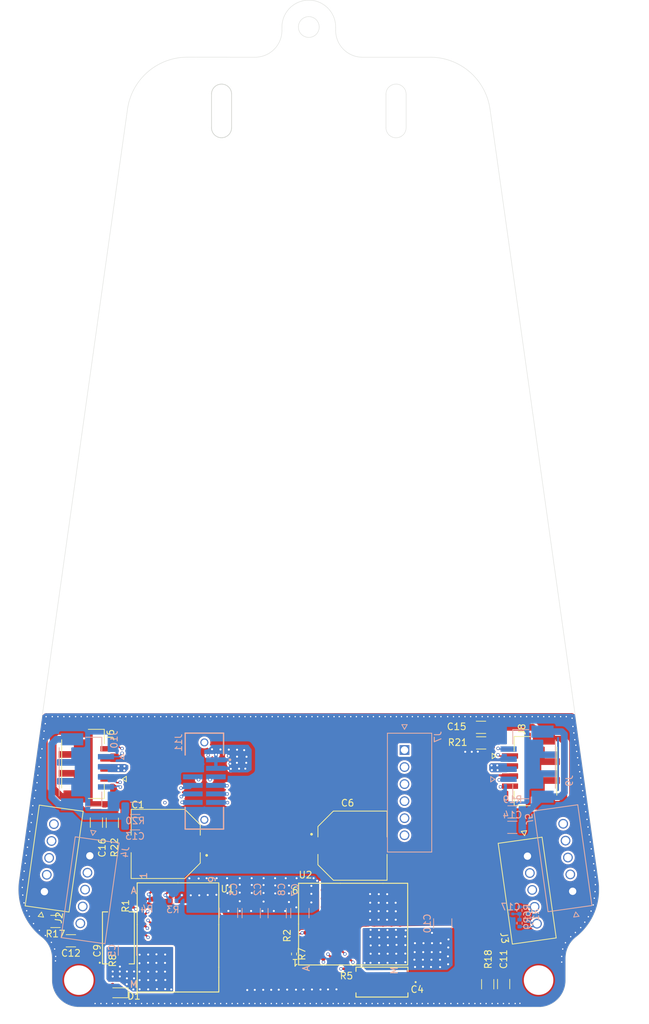
<source format=kicad_pcb>
(kicad_pcb (version 20240108) (generator "pcbnew") (generator_version "8.0")
  (layers (0 "F.Cu" signal) (1 "In1.Cu" power "VBAT.Cu") (2 "In2.Cu" power "+8V.Cu") (31 "B.Cu" signal) (34 "B.Paste" user) (35 "F.Paste" user) (36 "B.SilkS" user "B.Silkscreen") (37 "F.SilkS" user "F.Silkscreen") (38 "B.Mask" user) (39 "F.Mask" user) (44 "Edge.Cuts" user))
  (net 0 "")
  (net 1 "GND")
  (net 2 "VBAT")
  (net 3 "+8V")
  (net 4 "Net-(D1-A)")
  (net 5 "PWM2")
  (net 6 "CAN L1")
  (net 7 "PWM4")
  (net 8 "GND_FUSE")
  (net 9 "PWM3")
  (net 10 "PWM1")
  (net 11 "CAN H1")
  (net 12 "Detach")
  (net 13 "servo")
  (net 14 "Net-(U1B-RT)")
  (net 15 "/power/IOUTMON")
  (net 16 "Net-(C17-Pad1)")
  (net 17 "/power/PWR_RUN")
  (net 18 "Net-(U1B-FB)")
  (net 19 "Net-(U2B-RT)")
  (net 20 "Net-(U2B-CTRL2)")
  (net 21 "Net-(U2B-FB)")
  (net 23 "Net-(U1B-CTRL1)")
  (net 24 "/power/PWR_SS")
  (net 28 "Net-(C11-Pad1)")
  (net 29 "Net-(C12-Pad1)")
  (net 30 "Net-(J10-SHIELD1)")
  (net 31 "Net-(J9-SHIELD1)")
  (net 32 "Net-(J8-SHIELD1)")
  (net 33 "Net-(J6-SHIELD1)")
  (net 34 "/power/SYNC")
  (footprint "Capacitor_SMD:C_1206_3216Metric" (layer "F.Cu") (at 166.075 106.475 -90)
    (property "Reference" "R18")
    (property "Value" "2M")
  )
  (footprint "Capacitor_SMD:C_1206_3216Metric" (layer "F.Cu") (at 110.15 82.425 -90)
    (property "Reference" "R22")
    (property "Value" "2M")
  )
  (footprint "Capacitor_SMD:C_1206_3216Metric" (layer "F.Cu") (at 101.675 97.125 180)
    (property "Reference" "R17")
    (property "Value" "2M")
  )
  (footprint "Capacitor_SMD:C_1206_3216Metric" (layer "F.Cu") (at 165.075 68.2 180)
    (property "Reference" "C15")
    (property "Value" "470pF")
  )
  (footprint "1719710105:MOLEX_1719710105" (layer "F.Cu") (at 100.026 92.681124 -98)
    (property "Reference" "J2")
    (property "Value" "1719710105")
  )
  (footprint "Resistor_SMD:R_0402_1005Metric" (layer "F.Cu") (at 137.225 101.97 -90)
    (property "Reference" "R7")
    (property "Value" "2.8k")
  )
  (footprint "Capacitor_SMD:C_1206_3216Metric" (layer "F.Cu") (at 165.1 70.525 180)
    (property "Reference" "R21")
    (property "Value" "2M")
  )
  (footprint "Resistor_SMD:R_0201_0603Metric" (layer "F.Cu") (at 113.22 94.66 -90)
    (property "Reference" "R1")
    (property "Value" "124k")
  )
  (footprint "9774120360R:WA-SMSI_9774120360" (layer "F.Cu") (at 105.156 105.8663)
    (property "Reference" "MP1" (hide yes))
    (property "Value" "WA-SMSI_9774XXX360")
    (property "VALUE" "M3 x 12mm" (hide yes))
  )
  (footprint "Resistor_SMD:R_0201_0603Metric" (layer "F.Cu") (at 145.03 104.18 180)
    (property "Reference" "R5")
    (property "Value" "124k")
  )
  (footprint "100SXV15MX:CAP_100SXV15MX" (layer "F.Cu") (at 118.1 85.575 180)
    (property "Reference" "C1")
    (property "Value" "15uf")
  )
  (footprint "2132250430:MOLEX_2132250430" (layer "F.Cu") (at 172.67 74.72 -90)
    (property "Reference" "J8")
    (property "Value" "2132250430")
  )
  (footprint "Capacitor_SMD:C_1206_3216Metric" (layer "F.Cu") (at 107.775 82.4 -90)
    (property "Reference" "C16")
    (property "Value" "470pF")
  )
  (footprint "LTM8064IY_PBF:BGA108_16X11P9_ADI" (layer "F.Cu") (at 146.025 97.52 90)
    (property "Reference" "U2")
    (property "Value" "LTM8064IY#PBF")
  )
  (footprint "Capacitor_SMD:C_1206_3216Metric" (layer "F.Cu") (at 168.45 106.45 -90)
    (property "Reference" "C11")
    (property "Value" "470pF")
  )
  (footprint "Capacitor_SMD:C_1206_3216Metric" (layer "F.Cu") (at 103.975 100 180)
    (property "Reference" "C12")
    (property "Value" "470pF")
  )
  (footprint "LTM8064IY_PBF:BGA108_16X11P9_ADI" (layer "F.Cu") (at 119.93 99.505)
    (property "Reference" "U1")
    (property "Value" "LTM8064IY#PBF")
  )
  (footprint "Resistor_SMD:R_0201_0603Metric" (layer "F.Cu") (at 110.18 106.19 90)
    (property "Reference" "R8")
    (property "Value" "100k")
  )
  (footprint "9774120360R:WA-SMSI_9774120360" (layer "F.Cu") (at 173.6564 105.8638)
    (property "Reference" "MP2" (hide yes))
    (property "Value" "WA-SMSI_9774XXX360")
    (property "VALUE" "M3 x 12mm" (hide yes))
  )
  (footprint "TRME157M016R0030:CAP_TRM-E-2917_AVX-L" (layer "F.Cu") (at 150.32 106.16 180)
    (property "Reference" "C4")
    (property "Value" "150uF")
  )
  (footprint "100SXV15MX:CAP_100SXV15MX" (layer "F.Cu") (at 145.93 85.83)
    (property "Reference" "C6")
    (property "Value" "15uf")
  )
  (footprint "1719710105:MOLEX_1719710105" (layer "F.Cu") (at 172.000653 87.394363 98)
    (property "Reference" "J3")
    (property "Value" "1719710105" (hide yes))
  )
  (footprint "Resistor_SMD:R_0201_0603Metric" (layer "F.Cu") (at 137.275 99.275 90)
    (property "Reference" "R2")
    (property "Value" "124k")
  )
  (footprint "TRME157M016R0030:CAP_TRM-E-2917_AVX-L" (layer "F.Cu") (at 111.05 99.57 90)
    (property "Reference" "C9")
    (property "Value" "150uF")
  )
  (footprint "2132250430:MOLEX_2132250430" (layer "F.Cu") (at 106.3 73.65 90)
    (property "Reference" "J6")
    (property "Value" "2132250430")
  )
  (footprint "LED_SMD:LED_0603_1608Metric" (layer "F.Cu") (at 111.01 107.75 180)
    (property "Reference" "D1")
    (property "Value" "NCD0603C1")
  )
  (footprint "Resistor_SMD:R_0402_1005Metric" (layer "B.Cu") (at 172.04 96.55 90)
    (property "Reference" "R11")
    (property "Value" "120R")
  )
  (footprint "2132250430:MOLEX_2132250430" (layer "B.Cu") (at 172.46 73.69 90)
    (property "Reference" "J9")
    (property "Value" "2132250430")
  )
  (footprint "Capacitor_SMD:C_1206_3216Metric" (layer "B.Cu") (at 113.55 80.275)
    (property "Reference" "R20")
    (property "Value" "2M")
  )
  (footprint "Resistor_SMD:R_0402_1005Metric" (layer "B.Cu") (at 170.8 95.475 90)
    (property "Reference" "R6")
    (property "Value" "60R")
  )
  (footprint "TFM_106_02_L_D_WT (1):SAMTEC_TFM-106-02-L-D-WT" (layer "B.Cu") (at 123.86 76.215 -90)
    (property "Reference" "J11")
    (property "Value" "TFM-106-02-L-D-WT")
  )
  (footprint "Capacitor_SMD:C_1210_3225Metric" (layer "B.Cu") (at 159.375 97.425 -90)
    (property "Reference" "C10")
    (property "Value" "100uF")
  )
  (footprint "Capacitor_SMD:C_1210_3225Metric" (layer "B.Cu") (at 130.84 95.88 -90)
    (property "Reference" "C2")
    (property "Value" "10u" (hide yes))
  )
  (footprint "Capacitor_SMD:C_1210_3225Metric" (layer "B.Cu") (at 138.09 95.88 -90)
    (property "Reference" "C7")
    (property "Value" "10u" (hide yes))
  )
  (footprint "1719710106:MOLEX_1719710106" (layer "B.Cu") (at 153.68 71.58 90)
    (property "Reference" "J7")
    (property "Value" "1719710106")
  )
  (footprint "Resistor_SMD:R_0402_1005Metric" (layer "B.Cu") (at 170.825 97.375 90)
    (property "Reference" "R9")
    (property "Value" "60R")
  )
  (footprint "1719710105:MOLEX_1719710105" (layer "B.Cu") (at 106.7935 87.344719 82)
    (property "Reference" "J4")
    (property "Value" "1719710105")
  )
  (footprint "Resistor_SMD:R_0201_0603Metric" (layer "B.Cu") (at 115.4 94.09 180)
    (property "Reference" "R4")
    (property "Value" "2.87k")
  )
  (footprint "2132250430:MOLEX_2132250430" (layer "B.Cu") (at 105.93 74.83 -90)
    (property "Reference" "J10")
    (property "Value" "2132250430")
  )
  (footprint "Capacitor_SMD:C_0201_0603Metric" (layer "B.Cu") (at 169.5 96 180)
    (property "Reference" "C17")
    (property "Value" "100nF")
  )
  (footprint "Capacitor_SMD:C_1206_3216Metric" (layer "B.Cu") (at 169.75 83.1 180)
    (property "Reference" "C14")
    (property "Value" "470pF")
  )
  (footprint "Capacitor_SMD:C_1210_3225Metric" (layer "B.Cu") (at 127.46 95.84 -90)
    (property "Reference" "C3")
    (property "Value" "10u" (hide yes))
  )
  (footprint "Capacitor_SMD:C_1206_3216Metric" (layer "B.Cu") (at 113.525 82.575)
    (property "Reference" "C13")
    (property "Value" "470pF")
  )
  (footprint "Capacitor_SMD:C_1210_3225Metric" (layer "B.Cu") (at 134.71 95.89 -90)
    (property "Reference" "C8")
    (property "Value" "10u" (hide yes))
  )
  (footprint "Resistor_SMD:R_0402_1005Metric" (layer "B.Cu") (at 119.21 94.04)
    (property "Reference" "R3")
    (property "Value" "374k")
  )
  (footprint "Capacitor_SMD:C_1206_3216Metric" (layer "B.Cu") (at 169.775 80.8 180)
    (property "Reference" "R19")
    (property "Value" "2M")
  )
  (footprint "Capacitor_SMD:C_1210_3225Metric" (layer "B.Cu") (at 112.3962 101.4623 -90)
    (property "Reference" "C5")
    (property "Value" "100uF")
  )
  (footprint "1719710105:MOLEX_1719710105" (layer "B.Cu") (at 178.760499 92.665843 -82)
    (property "Reference" "J5")
    (property "Value" "1719710105")
  )
  (gr_arc (start 100.166649 99.181217) (mid 97.405838 95.506039) (end 96.845965 90.943632) (stroke (width 1)) (layer "F.Cu") (net 1))
  (gr_line (start 170.9 109.325) (end 107.95 109.275) (stroke (width 1)) (layer "F.Cu") (net 1))
  (gr_arc (start 181.971589 91.047494) (mid 181.37764 95.580798) (end 178.61 99.22) (stroke (width 1)) (layer "F.Cu") (net 1))
  (gr_arc (start 100.166648 99.181218) (mid 101.409183 100.99541) (end 101.7 103.175) (stroke (width 1)) (layer "F.Cu") (net 1))
  (gr_line (start 178.56 66.59) (end 100.28 66.61) (stroke (width 1)) (layer "F.Cu") (net 1))
  (gr_arc (start 177.1 103.075) (mid 177.327135 100.940736) (end 178.61 99.22) (stroke (width 1)) (layer "F.Cu") (net 1))
  (gr_line (start 178.56 66.59) (end 181.968693 91.047869) (stroke (width 1)) (layer "F.Cu") (net 1))
  (gr_line (start 96.845965 90.943632) (end 100.28 66.61) (stroke (width 1)) (layer "F.Cu") (net 1))
  (gr_line (start 96.831322 91.007873) (end 100.31 66.62) (stroke (width 1)) (layer "B.Cu") (net 1))
  (gr_arc (start 105.28 109.31) (mid 102.760042 108.20486) (end 101.721363 105.656788) (stroke (width 1)) (layer "B.Cu") (net 1))
  (gr_arc (start 181.950325 90.893099) (mid 181.399997 95.489998) (end 178.622968 99.194382) (stroke (width 1)) (layer "B.Cu") (net 1))
  (gr_arc (start 99.66 98.73) (mid 101.119891 100.172208) (end 101.71026 102.137586) (stroke (width 1)) (layer "B.Cu") (net 1))
  (gr_line (start 101.743569 105.656788) (end 101.732466 102.137586) (stroke (width 1)) (layer "B.Cu") (net 1))
  (gr_arc (start 177.1 103.075) (mid 177.319792 100.922101) (end 178.622968 99.194382) (stroke (width 1)) (layer "B.Cu") (net 1))
  (gr_line (start 178.5 66.68) (end 181.950325 90.893099) (stroke (width 1)) (layer "B.Cu") (net 1))
  (gr_arc (start 177.0628 105.7678) (mid 175.95766 108.287758) (end 173.409588 109.326437) (stroke (width 1)) (layer "B.Cu") (net 1))
  (gr_line (start 173.409588 109.326437) (end 170.9 109.325) (stroke (width 1)) (layer "B.Cu") (net 1))
  (gr_line (start 178.5 66.68) (end 100.31 66.62) (stroke (width 1)) (layer "B.Cu") (net 1))
  (gr_line (start 170.9 109.325) (end 105.28 109.31) (stroke (width 1)) (layer "B.Cu") (net 1))
  (gr_line (start 177.0628 105.7678) (end 177.094448 103.015399) (stroke (width 1)) (layer "B.Cu") (net 1))
  (gr_arc (start 99.66 98.73) (mid 97.299134 95.215657) (end 96.831322 91.007873) (stroke (width 1)) (layer "B.Cu") (net 1))
  (gr_arc (start 157.510203 -31.62861) (mid 163.414754 -29.421018) (end 166.422617 -23.881167) (stroke (width 0.05)) (layer "Edge.Cuts"))
  (gr_arc (start 99.627816 99.465439) (mid 96.815722 95.74269) (end 96.245356 91.112202) (stroke (width 0.05)) (layer "Edge.Cuts"))
  (gr_line (start 127.912985 -21.011057) (end 127.912984 -21.12861) (stroke (width 0.1)) (layer "Edge.Cuts"))
  (gr_line (start 112.407557 -23.887793) (end 96.245355 91.112202) (stroke (width 0.05)) (layer "Edge.Cuts"))
  (gr_line (start 157.510194 -31.62861) (end 147.419334 -31.62861) (stroke (width 0.05)) (layer "Edge.Cuts"))
  (gr_line (start 125.141855 -26.911454) (end 125.035118 -26.701973) (stroke (width 0.1)) (layer "Edge.Cuts"))
  (gr_line (start 101.157767 102.611707) (end 101.157767 105.864757) (stroke (width 0.05)) (layer "Edge.Cuts"))
  (gr_line (start 143.419334 -35.62861) (end 143.419334 -36.12861) (stroke (width 0.05)) (layer "Edge.Cuts"))
  (gr_arc (start 177.672394 105.87139) (mid 176.502619 108.701615) (end 173.672394 109.87139) (stroke (width 0.05)) (layer "Edge.Cuts"))
  (gr_circle (center 139.419344 -36.1286) (end 139.419344 -37.6786) (stroke (width 0.05)) (fill none) (layer "Edge.Cuts"))
  (gr_line (start 125.035118 -26.701973) (end 124.962465 -26.478375) (stroke (width 0.1)) (layer "Edge.Cuts"))
  (gr_arc (start 135.419334 -35.62861) (mid 134.24475 -32.79717) (end 131.410813 -31.628622) (stroke (width 0.05)) (layer "Edge.Cuts"))
  (gr_line (start 125.446293 -27.267903) (end 125.280047 -27.101659) (stroke (width 0.1)) (layer "Edge.Cuts"))
  (gr_arc (start 150.918744 -26.1254) (mid 152.418744 -27.615334) (end 153.918744 -26.1254) (stroke (width 0.05)) (layer "Edge.Cuts"))
  (gr_arc (start 147.419334 -31.62861) (mid 144.590914 -32.80019) (end 143.419334 -35.62861) (stroke (width 0.05)) (layer "Edge.Cuts"))
  (gr_line (start 127.80357 -26.701973) (end 127.696833 -26.911454) (stroke (width 0.1)) (layer "Edge.Cuts"))
  (gr_line (start 125.845983 -19.74439) (end 126.069581 -19.671738) (stroke (width 0.1)) (layer "Edge.Cuts"))
  (gr_line (start 126.536897 -19.63496) (end 126.769107 -19.671738) (stroke (width 0.1)) (layer "Edge.Cuts"))
  (gr_line (start 135.419334 -36.12861) (end 135.419334 -35.62861) (stroke (width 0.05)) (layer "Edge.Cuts"))
  (gr_line (start 131.410813 -31.628622) (end 121.319969 -31.635243) (stroke (width 0.05)) (layer "Edge.Cuts"))
  (gr_line (start 177.672394 105.87139) (end 177.672394 102.618343) (stroke (width 0.05)) (layer "Edge.Cuts"))
  (gr_arc (start 182.584807 91.118841) (mid 182.01646 95.744325) (end 179.210857 99.465442) (stroke (width 0.05)) (layer "Edge.Cuts"))
  (gr_arc (start 153.918744 -21.1254) (mid 152.418744 -19.635466) (end 150.918744 -21.1254) (stroke (width 0.05)) (layer "Edge.Cuts"))
  (gr_line (start 127.876208 -20.778847) (end 127.912985 -21.011057) (stroke (width 0.1)) (layer "Edge.Cuts"))
  (gr_line (start 126.069581 -19.671738) (end 126.301791 -19.63496) (stroke (width 0.1)) (layer "Edge.Cuts"))
  (gr_line (start 125.636498 -27.406095) (end 125.446293 -27.267903) (stroke (width 0.1)) (layer "Edge.Cuts"))
  (gr_line (start 125.84598 -27.51283) (end 125.636498 -27.406095) (stroke (width 0.1)) (layer "Edge.Cuts"))
  (gr_line (start 126.769109 -27.585482) (end 126.536897 -27.62226) (stroke (width 0.1)) (layer "Edge.Cuts"))
  (gr_arc (start 112.407554 -23.887797) (mid 115.415445 -29.427617) (end 121.319969 -31.635243) (stroke (width 0.05)) (layer "Edge.Cuts"))
  (gr_line (start 126.992708 -27.51283) (end 126.769109 -27.585482) (stroke (width 0.1)) (layer "Edge.Cuts"))
  (gr_line (start 150.918744 -21.1254) (end 150.918744 -26.1254) (stroke (width 0.05)) (layer "Edge.Cuts"))
  (gr_line (start 126.301791 -27.62226) (end 126.069579 -27.585482) (stroke (width 0.1)) (layer "Edge.Cuts"))
  (gr_line (start 182.584804 91.11883) (end 166.422617 -23.881167) (stroke (width 0.05)) (layer "Edge.Cuts"))
  (gr_line (start 125.03513 -20.555248) (end 125.141865 -20.345767) (stroke (width 0.1)) (layer "Edge.Cuts"))
  (gr_line (start 127.876223 -26.478375) (end 127.80357 -26.701973) (stroke (width 0.1)) (layer "Edge.Cuts"))
  (gr_line (start 124.96248 -20.778847) (end 125.03513 -20.555248) (stroke (width 0.1)) (layer "Edge.Cuts"))
  (gr_line (start 127.913004 -26.12861) (end 127.913004 -26.246163) (stroke (width 0.1)) (layer "Edge.Cuts"))
  (gr_line (start 126.301791 -19.63496) (end 126.536897 -19.63496) (stroke (width 0.1)) (layer "Edge.Cuts"))
  (gr_line (start 127.558641 -27.101659) (end 127.392395 -27.267903) (stroke (width 0.1)) (layer "Edge.Cuts"))
  (gr_line (start 126.992705 -19.74439) (end 127.202185 -19.851126) (stroke (width 0.1)) (layer "Edge.Cuts"))
  (gr_line (start 124.925704 -21.12861) (end 124.925703 -21.011057) (stroke (width 0.1)) (layer "Edge.Cuts"))
  (gr_line (start 127.913004 -26.246163) (end 127.876223 -26.478375) (stroke (width 0.1)) (layer "Edge.Cuts"))
  (gr_line (start 153.918744 -21.1254) (end 153.918744 -26.1254) (stroke (width 0.05)) (layer "Edge.Cuts"))
  (gr_line (start 125.446299 -19.989318) (end 125.636503 -19.851126) (stroke (width 0.1)) (layer "Edge.Cuts"))
  (gr_line (start 125.280055 -20.155563) (end 125.446299 -19.989318) (stroke (width 0.1)) (layer "Edge.Cuts"))
  (gr_line (start 126.536897 -27.62226) (end 126.301791 -27.62226) (stroke (width 0.1)) (layer "Edge.Cuts"))
  (gr_line (start 124.925703 -21.011057) (end 124.96248 -20.778847) (stroke (width 0.1)) (layer "Edge.Cuts"))
  (gr_line (start 127.392395 -27.267903) (end 127.20219 -27.406095) (stroke (width 0.1)) (layer "Edge.Cuts"))
  (gr_arc (start 135.419334 -36.12861) (mid 139.419334 -40.12861) (end 143.419334 -36.12861) (stroke (width 0.05)) (layer "Edge.Cuts"))
  (gr_line (start 124.925201 -26.13104) (end 124.925684 -21.12861) (stroke (width 0.1)) (layer "Edge.Cuts"))
  (gr_line (start 126.069579 -27.585482) (end 125.84598 -27.51283) (stroke (width 0.1)) (layer "Edge.Cuts"))
  (gr_line (start 127.803558 -20.555248) (end 127.876208 -20.778847) (stroke (width 0.1)) (layer "Edge.Cuts"))
  (gr_line (start 127.202185 -19.851126) (end 127.392389 -19.989318) (stroke (width 0.1)) (layer "Edge.Cuts"))
  (gr_line (start 124.962465 -26.478375) (end 124.925684 -26.246163) (stroke (width 0.1)) (layer "Edge.Cuts"))
  (gr_line (start 127.392389 -19.989318) (end 127.558633 -20.155563) (stroke (width 0.1)) (layer "Edge.Cuts"))
  (gr_line (start 125.636503 -19.851126) (end 125.845983 -19.74439) (stroke (width 0.1)) (layer "Edge.Cuts"))
  (gr_line (start 127.20219 -27.406095) (end 126.992708 -27.51283) (stroke (width 0.1)) (layer "Edge.Cuts"))
  (gr_line (start 127.696823 -20.345767) (end 127.803558 -20.555248) (stroke (width 0.1)) (layer "Edge.Cuts"))
  (gr_line (start 124.925684 -26.246163) (end 124.925684 -26.12861) (stroke (width 0.1)) (layer "Edge.Cuts"))
  (gr_line (start 125.280047 -27.101659) (end 125.141855 -26.911454) (stroke (width 0.1)) (layer "Edge.Cuts"))
  (gr_line (start 125.141865 -20.345767) (end 125.280055 -20.155563) (stroke (width 0.1)) (layer "Edge.Cuts"))
  (gr_line (start 127.913467 -21.12618) (end 127.912984 -26.12861) (stroke (width 0.1)) (layer "Edge.Cuts"))
  (gr_line (start 127.558633 -20.155563) (end 127.696823 -20.345767) (stroke (width 0.1)) (layer "Edge.Cuts"))
  (gr_line (start 126.769107 -19.671738) (end 126.992705 -19.74439) (stroke (width 0.1)) (layer "Edge.Cuts"))
  (gr_arc (start 105.157767 109.864757) (mid 102.329327 108.693197) (end 101.157767 105.864757) (stroke (width 0.05)) (layer "Edge.Cuts"))
  (gr_arc (start 99.627815 99.46544) (mid 100.755027 100.862436) (end 101.157791 102.611717) (stroke (width 0.05)) (layer "Edge.Cuts"))
  (gr_line (start 105.157767 109.864757) (end 173.672394 109.87139) (stroke (width 0.05)) (layer "Edge.Cuts"))
  (gr_arc (start 177.672394 102.618343) (mid 178.077513 100.864222) (end 179.210856 99.465437) (stroke (width 0.05)) (layer "Edge.Cuts"))
  (gr_line (start 127.696833 -26.911454) (end 127.558641 -27.101659) (stroke (width 0.1)) (layer "Edge.Cuts"))
  (gr_text "V1.1\n" (at 141.375 70.925 0) (layer "F.Cu") (effects (font (size 1.5 1.5) (thickness 0.3) (bold yes)) (justify left bottom)))
  (gr_text "A" (at 113.3387 92.52 0) (layer "F.SilkS") (effects (font (size 1 1))))
  (gr_text "1" (at 114.8 90.29 90) (layer "F.SilkS") (effects (font (size 1 1))))
  (gr_text "9" (at 125.01 90.869 90) (layer "F.SilkS") (effects (font (size 1 1))))
  (segment (start 137.38 102.29) (end 138.78 102.29) (width 0.3) (layer "F.Cu") (net 1))
  (segment (start 138.78 102.29) (end 139.09 102.6) (width 0.3) (layer "F.Cu") (net 1))
  (via (at 124.81 66.61) (size 0.4) (drill 0.2) (layers "F.Cu" "B.Cu") (net 1))
  (via (at 126.29 109.35) (size 0.4) (drill 0.2) (layers "F.Cu" "B.Cu") (net 1))
  (via (at 122.96 109.35) (size 0.4) (drill 0.2) (layers "F.Cu" "B.Cu") (net 1))
  (via (at 177.660578 100.293075) (size 0.4) (drill 0.2) (layers "F.Cu" "B.Cu") (net 1))
  (via (at 130.55 109.35) (size 0.4) (drill 0.2) (layers "F.Cu" "B.Cu") (net 1))
  (via (at 115.57 66.61) (size 0.4) (drill 0.2) (layers "F.Cu" "B.Cu") (net 1))
  (via (at 152.38 95.61) (size 0.5) (drill 0.3) (layers "F.Cu" "B.Cu") (net 1))
  (via (at 179.62 73.82) (size 0.4) (drill 0.2) (layers "F.Cu" "B.Cu") (net 1))
  (via (at 167.58 109.35) (size 0.4) (drill 0.2) (layers "F.Cu" "B.Cu") (net 1))
  (via (at 181.96 93.66) (size 0.4) (drill 0.2) (layers "F.Cu" "B.Cu") (net 1))
  (via (at 139.89 107.26) (size 0.5) (drill 0.3) (layers "F.Cu" "B.Cu") (net 1))
  (via (at 137.39 66.61) (size 0.4) (drill 0.2) (layers "F.Cu" "B.Cu") (net 1))
  (via (at 151.12 95.59) (size 0.5) (drill 0.3) (layers "F.Cu" "B.Cu") (net 1))
  (via (at 129.07 66.61) (size 0.4) (drill 0.2) (layers "F.Cu" "B.Cu") (net 1))
  (via (at 176.94 66.61) (size 0.4) (drill 0.2) (layers "F.Cu" "B.Cu") (net 1))
  (via (at 122.26 66.61) (size 0.4) (drill 0.2) (layers "F.Cu" "B.Cu") (net 1))
  (via (at 181.2 84.21) (size 0.4) (drill 0.2) (layers "F.Cu" "B.Cu") (net 1))
  (via (at 152.36 94.34) (size 0.5) (drill 0.3) (layers "F.Cu" "B.Cu") (net 1))
  (via (at 121.48 66.61) (size 0.4) (drill 0.2) (layers "F.Cu" "B.Cu") (net 1))
  (via (at 158.88 109.35) (size 0.4) (drill 0.2) (layers "F.Cu" "B.Cu") (net 1))
  (via (at 101.675 103) (size 0.4) (drill 0.2) (layers "F.Cu" "B.Cu") (net 1))
  (via (at 97.33 87.27) (size 0.4) (drill 0.2) (layers "F.Cu" "B.Cu") (net 1))
  (via (at 178.775 68.075) (size 0.4) (drill 0.2) (layers "F.Cu" "B.Cu") (net 1))
  (via (at 181.02 83.05) (size 0.4) (drill 0.2) (layers "F.Cu" "B.Cu") (net 1))
  (via (at 165.26 66.61) (size 0.4) (drill 0.2) (layers "F.Cu" "B.Cu") (net 1))
  (via (at 181.36 85.28) (size 0.4) (drill 0.2) (layers "F.Cu" "B.Cu") (net 1))
  (via (at 136.2 107.28) (size 0.5) (drill 0.3) (layers "F.Cu" "B.Cu") (net 1))
  (via (at 140.74 66.61) (size 0.4) (drill 0.2) (layers "F.Cu" "B.Cu") (net 1))
  (via (at 151.1 94.36) (size 0.5) (drill 0.3) (layers "F.Cu" "B.Cu") (net 1))
  (via (at 161.82 66.61) (size 0.4) (drill 0.2) (layers "F.Cu" "B.Cu") (net 1))
  (via (at 129.71 109.35) (size 0.4) (drill 0.2) (layers "F.Cu" "B.Cu") (net 1))
  (via (at 132.23 109.35) (size 0.4) (drill 0.2) (layers "F.Cu" "B.Cu") (net 1))
  (via (at 143.06 109.35) (size 0.4) (drill 0.2) (layers "F.Cu" "B.Cu") (net 1))
  (via (at 98.06 82.39) (size 0.4) (drill 0.2) (layers "F.Cu" "B.Cu") (net 1))
  (via (at 175.23 66.61) (size 0.4) (drill 0.2) (layers "F.Cu" "B.Cu") (net 1))
  (via (at 151.1 93.06) (size 0.5) (drill 0.3) (layers "F.Cu" "B.Cu") (net 1))
  (via (at 135.45 109.35) (size 0.4) (drill 0.2) (layers "F.Cu" "B.Cu") (net 1))
  (via (at 117.94 109.35) (size 0.4) (drill 0.2) (layers "F.Cu" "B.Cu") (net 1))
  (via (at 150.53 109.35) (size 0.4) (drill 0.2) (layers "F.Cu" "B.Cu") (net 1))
  (via (at 142.34 66.61) (size 0.4) (drill 0.2) (layers "F.Cu" "B.Cu") (net 1))
  (via (at 130.25 107.34) (size 0.5) (drill 0.3) (layers "F.Cu" "B.Cu") (net 1))
  (via (at 110.53 66.61) (size 0.4) (drill 0.2) (layers "F.Cu" "B.Cu") (net 1))
  (via (at 116.46 66.61) (size 0.4) (drill 0.2) (layers "F.Cu" "B.Cu") (net 1))
  (via (at 162.46 109.35) (size 0.4) (drill 0.2) (layers "F.Cu" "B.Cu") (net 1))
  (via (at 162.725 71.85) (size 0.5) (drill 0.3) (layers "F.Cu" "B.Cu") (net 1))
  (via (at 123.1 66.61) (size 0.4) (drill 0.2) (layers "F.Cu" "B.Cu") (net 1))
  (via (at 119.88 66.61) (size 0.4) (drill 0.2) (layers "F.Cu" "B.Cu") (net 1))
  (via (at 153.95 109.35) (size 0.4) (drill 0.2) (layers "F.Cu" "B.Cu") (net 1))
  (via (at 181.51 86.31) (size 0.4) (drill 0.2) (layers "F.Cu" "B.Cu") (net 1))
  (via (at 102.93 66.61) (size 0.4) (drill 0.2) (layers "F.Cu" "B.Cu") (net 1))
  (via (at 142.28 107.25) (size 0.5) (drill 0.3) (layers "F.Cu" "B.Cu") (net 1))
  (via (at 128 109.35) (size 0.4) (drill 0.2) (layers "F.Cu" "B.Cu") (net 1))
  (via (at 118.2 66.61) (size 0.4) (drill 0.2) (layers "F.Cu" "B.Cu") (net 1))
  (via (at 99.05 75.34) (size 0.4) (drill 0.2) (layers "F.Cu" "B.Cu") (net 1))
  (via (at 131.37 107.32) (size 0.5) (drill 0.3) (layers "F.Cu" "B.Cu") (net 1))
  (via (at 154.71 109.35) (size 0.4) (drill 0.2) (layers "F.Cu" "B.Cu") (net 1))
  (via (at 147.99 109.35) (size 0.4) (drill 0.2) (layers "F.Cu" "B.Cu") (net 1))
  (via (at 148.55 93.04) (size 0.5) (drill 0.3) (layers "F.Cu" "B.Cu") (net 1))
  (via (at 178.91 69.04) (size 0.4) (drill 0.2) (layers "F.Cu" "B.Cu") (net 1))
  (via (at 97.01 89.64) (size 0.4) (drill 0.2) (layers "F.Cu" "B.Cu") (net 1))
  (via (at 140.54 109.35) (size 0.4) (drill 0.2) (layers "F.Cu" "B.Cu") (net 1))
  (via (at 100.16 67.66) (size 0.4) (drill 0.2) (layers "F.Cu" "B.Cu") (net 1))
  (via (at 112.15 66.61) (size 0.4) (drill 0.2) (layers "F.Cu" "B.Cu") (net 1))
  (via (at 180.22 77.64) (size 0.4) (drill 0.2) (layers "F.Cu" "B.Cu") (net 1))
  (via (at 160.59 109.35) (size 0.4) (drill 0.2) (layers "F.Cu" "B.Cu") (net 1))
  (via (at 114.73 66.61) (size 0.4) (drill 0.2) (layers "F.Cu" "B.Cu") (net 1))
  (via (at 135.68 66.61) (size 0.4) (drill 0.2) (layers "F.Cu" "B.Cu") (net 1))
  (via (at 139.06 66.61) (size 0.4) (drill 0.2) (layers "F.Cu" "B.Cu") (net 1))
  (via (at 97.79 96.35) (size 0.4) (drill 0.2) (layers "F.Cu" "B.Cu") (net 1))
  (via (at 106.41 66.61) (size 0.4) (drill 0.2) (layers "F.Cu" "B.Cu") (net 1))
  (via (at 136.32 109.35) (size 0.4) (drill 0.2) (layers "F.Cu" "B.Cu") (net 1))
  (via (at 131.39 109.35) (size 0.4) (drill 0.2) (layers "F.Cu" "B.Cu") (net 1))
  (via (at 105.51 66.61) (size 0.4) (drill 0.2) (layers "F.Cu" "B.Cu") (net 1))
  (via (at 123.97 66.61) (size 0.4) (drill 0.2) (layers "F.Cu" "B.Cu") (net 1))
  (via (at 144.66 109.35) (size 0.4) (drill 0.2) (layers "F.Cu" "B.Cu") (net 1))
  (via (at 148.22 66.61) (size 0.4) (drill 0.2) (layers "F.Cu" "B.Cu") (net 1))
  (via (at 107.25 66.61) (size 0.4) (drill 0.2) (layers "F.Cu" "B.Cu") (net 1))
  (via (at 96.82 90.90451) (size 0.4) (drill 0.2) (layers "F.Cu" "B.Cu") (net 1))
  (via (at 165.84 109.35) (size 0.4) (drill 0.2) (layers "F.Cu" "B.Cu") (net 1))
  (via (at 177.78 66.61) (size 0.4) (drill 0.2) (layers "F.Cu" "B.Cu") (net 1))
  (via (at 163.53 66.61) (size 0.4) (drill 0.2) (layers "F.Cu" "B.Cu") (net 1))
  (via (at 103.77 66.61) (size 0.4) (drill 0.2) (layers "F.Cu" "B.Cu") (net 1))
  (via (at 116.21 109.35) (size 0.4) (drill 0.2) (layers "F.Cu" "B.Cu") (net 1))
  (via (at 125.45 109.35) (size 0.4) (drill 0.2) (layers "F.Cu" "B.Cu") (net 1))
  (via (at 117.05 109.35) (size 0.4) (drill 0.2) (layers "F.Cu" "B.Cu") (net 1))
  (via (at 133.97 66.61) (size 0.4) (drill 0.2) (layers "F.Cu" "B.Cu") (net 1))
  (via (at 147.38 66.61) (size 0.4) (drill 0.2) (layers "F.Cu" "B.Cu") (net 1))
  (via (at 97.385822 95.526536) (size 0.4) (drill 0.2) (layers "F.Cu" "B.Cu") (net 1))
  (via (at 136.55 66.61) (size 0.4) (drill 0.2) (layers "F.Cu" "B.Cu") (net 1))
  (via (at 157.17 109.35) (size 0.4) (drill 0.2) (layers "F.Cu" "B.Cu") (net 1))
  (via (at 121.36 109.35) (size 0.4) (drill 0.2) (layers "F.Cu" "B.Cu") (net 1))
  (via (at 98.19 81.16) (size 0.4) (drill 0.2) (layers "F.Cu" "B.Cu") (net 1))
  (via (at 152.47 66.61) (size 0.4) (drill 0.2) (layers "F.Cu" "B.Cu") (net 1))
  (via (at 154.07 66.61) (size 0.4) (drill 0.2) (layers "F.Cu" "B.Cu") (net 1))
  (via (at 170.875 109.325) (size 0.4) (drill 0.2) (layers "F.Cu" "B.Cu") (net 1))
  (via (at 179.21 70.87) (size 0.4) (drill 0.2) (layers "F.Cu" "B.Cu") (net 1))
  (via (at 179.139999 98.769999) (size 0.4) (drill 0.2) (layers "F.Cu" "B.Cu") (net 1))
  (via (at 182.12 91.64) (size 0.4) (drill 0.2) (layers "F.Cu" "B.Cu") (net 1))
  (via (at 168.54 66.61) (size 0.4) (drill 0.2) (layers "F.Cu" "B.Cu") (net 1))
  (via (at 148.86 109.35) (size 0.4) (drill 0.2) (layers "F.Cu" "B.Cu") (net 1))
  (via (at 133.83 109.35) (size 0.4) (drill 0.2) (layers "F.Cu" "B.Cu") (net 1))
  (via (at 149.05 66.61) (size 0.4) (drill 0.2) (layers "F.Cu" "B.Cu") (net 1))
  (via (at 113.63 109.35) (size 0.4) (drill 0.2) (layers "F.Cu" "B.Cu") (net 1))
  (via (at 160.11 66.61) (size 0.4) (drill 0.2) (layers "F.Cu" "B.Cu") (net 1))
  (via (at 160.98 66.61) (size 0.4) (drill 0.2) (layers "F.Cu" "B.Cu") (net 1))
  (via (at 155.69 66.61) (size 0.4) (drill 0.2) (layers "F.Cu" "B.Cu") (net 1))
  (via (at 169.38 66.61) (size 0.4) (drill 0.2) (layers "F.Cu" "B.Cu") (net 1))
  (via (at 178.44 99.39) (size 0.4) (drill 0.2) (layers "F.Cu" "B.Cu") (net 1))
  (via (at 101.55 101.23) (size 0.4) (drill 0.2) (layers "F.Cu" "B.Cu") (net 1))
  (via (at 143.18 66.61) (size 0.4) (drill 0.2) (layers "F.Cu" "B.Cu") (net 1))
  (via (at 149.82 96.86) (size 0.5) (drill 0.3) (layers "F.Cu" "B.Cu") (net 1))
  (via (at 163.7 71.85) (size 0.5) (drill 0.3) (layers "F.Cu" "B.Cu") (net 1))
  (via (at 143.54 107.24) (size 0.5) (drill 0.3) (layers "F.Cu" "B.Cu") (net 1))
  (via (at 157.4 66.61) (size 0.4) (drill 0.2) (layers "F.Cu" "B.Cu") (net 1))
  (via (at 141.38 109.35) (size 0.4) (drill 0.2) (layers "F.Cu" "B.Cu") (net 1))
  (via (at 133.82 107.31) (size 0.5) (drill 0.3) (layers "F.Cu" "B.Cu") (net 1))
  (via (at 177.1 103.175) (size 0.4) (drill 0.2) (layers "F.Cu" "B.Cu") (net 1))
  (via (at 137.16 109.35) (size 0.4) (drill 0.2) (layers "F.Cu" "B.Cu") (net 1))
  (via (at 164.17 109.35) (size 0.4) (drill 0.2) (layers "F.Cu" "B.Cu") (net 1))
  (via (at 177.25 101.23) (size 0.4) (drill 0.2) (layers "F.Cu" "B.Cu") (net 1))
  (via (at 176.07 66.61) (size 0.4) (drill 0.2) (layers "F.Cu" "B.Cu") (net 1))
  (via (at 173.58 66.61) (size 0.4) (drill 0.2) (layers "F.Cu" "B.Cu") (net 1))
  (via (at 143.82 109.35) (size 0.4) (drill 0.2) (layers "F.Cu" "B.Cu") (net 1))
  (via (at 181.86 88.53) (size 0.4) (drill 0.2) (layers "F.Cu" "B.Cu") (net 1))
  (via (at 101.70511 102.334127) (size 0.4) (drill 0.2) (layers "F.Cu" "B.Cu") (net 1))
  (via (at 99.66 71.41) (size 0.4) (drill 0.2) (layers "F.Cu" "B.Cu") (net 1))
  (via (at 98.93 76.45) (size 0.4) (drill 0.2) (layers "F.Cu" "B.Cu") (net 1))
  (via (at 151.08 96.87) (size 0.5) (drill 0.3) (layers "F.Cu" "B.Cu") (net 1))
  (via (at 97.5 86.07) (size 0.4) (drill 0.2) (layers "F.Cu" "B.Cu") (net 1))
  (via (at 156.56 66.61) (size 0.4) (drill 0.2) (layers "F.Cu" "B.Cu") (net 1))
  (via (at 138.16 66.61) (size 0.4) (drill 0.2) (layers "F.Cu" "B.Cu") (net 1))
  (via (at 99.46 72.73) (size 0.4) (drill 0.2) (layers "F.Cu" "B.Cu") (net 1))
  (via (at 146.28 109.35) (size 0.4) (drill 0.2) (layers "F.Cu" "B.Cu") (net 1))
  (via (at 177.1 102.33) (size 0.4) (drill 0.2) (layers "F.Cu" "B.Cu") (net 1))
  (via (at 120.52 109.35) (size 0.4) (drill 0.2) (layers "F.Cu" "B.Cu") (net 1))
  (via (at 164.6 71.825) (size 0.5) (drill 0.3) (layers "F.Cu" "B.Cu") (net 1))
  (via (at 139.9 66.61) (size 0.4) (drill 0.2) (layers "F.Cu" "B.Cu") (net 1))
  (via (at 158.04 109.35) (size 0.4) (drill 0.2) (layers "F.Cu" "B.Cu") (net 1))
  (via (at 98.55 78.757255) (size 0.4) (drill 0.2) (layers "F.Cu" "B.Cu") (net 1))
  (via (at 112.79 109.35) (size 0.4) (drill 0.2) (layers "F.Cu" "B.Cu") (net 1))
  (via (at 152.27 109.35) (size 0.4) (drill 0.2) (layers "F.Cu" "B.Cu") (net 1))
  (via (at 98.72 77.6) (size 0.4) (drill 0.2) (layers "F.Cu" "B.Cu") (net 1))
  (via (at 133.13 66.61) (size 0.4) (drill 0.2) (layers "F.Cu" "B.Cu") (net 1))
  (via (at 99.98 68.76) (size 0.4) (drill 0.2) (layers "F.Cu" "B.Cu") (net 1))
  (via (at 96.73 92.06) (size 0.4) (drill 0.2) (layers "F.Cu" "B.Cu") (net 1))
  (via (at 113.86 66.61) (size 0.4) (drill 0.2) (layers "F.Cu" "B.Cu") (net 1))
  (via (at 179.05 70.05) (size 0.4) (drill 0.2) (layers "F.Cu" "B.Cu") (net 1))
  (via (at 149.85 93.06) (size 0.5) (drill 0.3) (layers "F.Cu" "B.Cu") (net 1))
  (via (at 167.78 66.61) (size 0.4) (drill 0.2) (layers "F.Cu" "B.Cu") (net 1))
  (via (at 128.81 109.35) (size 0.4) (drill 0.2) (layers "F.Cu" "B.Cu") (net 1))
  (via (at 180.87 81.92) (size 0.4) (drill 0.2) (layers "F.Cu" "B.Cu") (net 1))
  (via (at 158.27 66.61) (size 0.4) (drill 0.2) (layers "F.Cu" "B.Cu") (net 1))
  (via (at 120.64 66.61) (size 0.4) (drill 0.2) (layers "F.Cu" "B.Cu") (net 1))
  (via (at 181.48 95.58) (size 0.4) (drill 0.2) (layers "F.Cu" "B.Cu") (net 1))
  (via (at 147.15 109.35) (size 0.4) (drill 0.2) (layers "F.Cu" "B.Cu") (net 1))
  (via (at 179.47 72.73) (size 0.4) (drill 0.2) (layers "F.Cu" "B.Cu") (net 1))
  (via (at 137.51 107.29) (size 0.5) (drill 0.3) (layers "F.Cu" "B.Cu") (net 1))
  (via (at 159.11 66.61) (size 0.4) (drill 0.2) (layers "F.Cu" "B.Cu") (net 1))
  (via (at 154.85 66.61) (size 0.4) (drill 0.2) (layers "F.Cu" "B.Cu") (net 1))
  (via (at 171.87 66.61) (size 0.4) (drill 0.2) (layers "F.Cu" "B.Cu") (net 1))
  (via (at 162.69 66.61) (size 0.4) (drill 0.2) (layers "F.Cu" "B.Cu") (net 1))
  (via (at 132.35 66.61) (size 0.4) (drill 0.2) (layers "F.Cu" "B.Cu") (net 1))
  (via (at 146.51 66.61) (size 0.4) (drill 0.2) (layers "F.Cu" "B.Cu") (net 1))
  (via (at 130.75 66.61) (size 0.4) (drill 0.2) (layers "F.Cu" "B.Cu") (net 1))
  (via (at 148.57 94.33) (size 0.5) (drill 0.3) (layers "F.Cu" "B.Cu") (net 1))
  (via (at 166.74 109.35) (size 0.4) (drill 0.2) (layers "F.Cu" "B.Cu") (net 1))
  (via (at 178.655 66.845) (size 0.4) (drill 0.2) (layers "F.Cu" "B.Cu") (net 1))
  (via (at 151.43 109.35) (size 0.4) (drill 0.2) (layers "F.Cu" "B.Cu") (net 1))
  (via (at 97.85 83.7) (size 0.4) (drill 0.2) (layers "F.Cu" "B.Cu") (net 1))
  (via (at 143.96 66.61) (size 0.4) (drill 0.2) (layers "F.Cu" "B.Cu") (net 1))
  (via (at 111.31 66.61) (size 0.4) (drill 0.2) (layers "F.Cu" "B.Cu") (net 1))
  (via (at 148.55 95.61) (size 0.5) (drill 0.3) (layers "F.Cu" "B.Cu") (net 1))
  (via (at 115.34 109.35) (size 0.4) (drill 0.2) (layers "F.Cu" "B.Cu") (net 1))
  (via (at 134.84 66.61) (size 0.4) (drill 0.2) (layers "F.Cu" "B.Cu") (net 1))
  (via (at 181.07 96.42) (size 0.4) (drill 0.2) (layers "F.Cu" "B.Cu") (net 1))
  (via (at 170.17 109.35) (size 0.4) (drill 0.2) (layers "F.Cu" "B.Cu") (net 1))
  (via (at 122.12 109.35) (size 0.4) (drill 0.2) (layers "F.Cu" "B.Cu") (net 1))
  (via (at 99.23 74.06) (size 0.4) (drill 0.2) (layers "F.Cu" "B.Cu") (net 1))
  (via (at 165.01 109.35) (size 0.4) (drill 0.2) (layers "F.Cu" "B.Cu") (net 1))
  (via (at 182.07 92.68) (size 0.4) (drill 0.2) (layers "F.Cu" "B.Cu") (net 1))
  (via (at 152.37 96.87) (size 0.5) (drill 0.3) (layers "F.Cu" "B.Cu") (net 1))
  (via (at 134.94 107.29) (size 0.5) (drill 0.3) (layers "F.Cu" "B.Cu") (net 1))
  (via (at 139.64 109.35) (size 0.4) (drill 0.2) (layers "F.Cu" "B.Cu") (net 1))
  (via (at 100.168587 99.216073) (size 0.4) (drill 0.2) (layers "F.Cu" "B.Cu") (net 1))
  (via (at 129.91 66.61) (size 0.4) (drill 0.2) (layers "F.Cu" "B.Cu") (net 1))
  (via (at 132.99 109.35) (size 0.4) (drill 0.2) (layers "F.Cu" "B.Cu") (net 1))
  (via (at 125.68 66.61) (size 0.4) (drill 0.2) (layers "F.Cu" "B.Cu") (net 1))
  (via (at 180.54 97.23) (size 0.4) (drill 0.2) (layers "F.Cu" "B.Cu") (net 1))
  (via (at 138.03 109.35) (size 0.4) (drill 0.2) (layers "F.Cu" "B.Cu") (net 1))
  (via (at 181.68 87.38) (size 0.4) (drill 0.2) (layers "F.Cu" "B.Cu") (net 1))
  (via (at 99.9 69.92) (size 0.4) (drill 0.2) (layers "F.Cu" "B.Cu") (net 1))
  (via (at 179.93 75.75) (size 0.4) (drill 0.2) (layers "F.Cu" "B.Cu") (net 1))
  (via (at 96.8 93.19) (size 0.4) (drill 0.2) (layers "F.Cu" "B.Cu") (net 1))
  (via (at 149.83 94.34) (size 0.5) (drill 0.3) (layers "F.Cu" "B.Cu") (net 1))
  (via (at 145.67 66.61) (size 0.4) (drill 0.2) (layers "F.Cu" "B.Cu") (net 1))
  (via (at 168.42 109.35) (size 0.4) (drill 0.2) (layers "F.Cu" "B.Cu") (net 1))
  (via (at 141.58 66.61) (size 0.4) (drill 0.2) (layers "F.Cu" "B.Cu") (net 1))
  (via (at 142.22 109.35) (size 0.4) (drill 0.2) (layers "F.Cu" "B.Cu") (net 1))
  (via (at 104.67 66.61) (size 0.4) (drill 0.2) (layers "F.Cu" "B.Cu") (net 1))
  (via (at 156.33 109.35) (size 0.4) (drill 0.2) (layers "F.Cu" "B.Cu") (net 1))
  (via (at 180.06 76.71) (size 0.4) (drill 0.2) (layers "F.Cu" "B.Cu") (net 1))
  (via (at 109.29 109.35) (size 0.4) (drill 0.2) (layers "F.Cu" "B.Cu") (net 1))
  (via (at 134.61 109.35) (size 0.4) (drill 0.2) (layers "F.Cu" "B.Cu") (net 1))
  (via (at 107.58 109.35) (size 0.4) (drill 0.2) (layers "F.Cu" "B.Cu") (net 1))
  (via (at 98.41 97.44) (size 0.4) (drill 0.2) (layers "F.Cu" "B.Cu") (net 1))
  (via (at 99.28 98.45) (size 0.4) (drill 0.2) (layers "F.Cu" "B.Cu") (net 1))
  (via (at 128.23 66.61) (size 0.4) (drill 0.2) (layers "F.Cu" "B.Cu") (net 1))
  (via (at 180.5 79.69) (size 0.4) (drill 0.2) (layers "F.Cu" "B.Cu") (net 1))
  (via (at 127.33 66.61) (size 0.4) (drill 0.2) (layers "F.Cu" "B.Cu") (net 1))
  (via (at 108.09 66.61) (size 0.4) (drill 0.2) (layers "F.Cu" "B.Cu") (net 1))
  (via (at 179.78 74.82) (size 0.4) (drill 0.2) (layers "F.Cu" "B.Cu") (net 1))
  (via (at 97.69 84.9) (size 0.4) (drill 0.2) (layers "F.Cu" "B.Cu") (net 1))
  (via (at 170.16 66.61) (size 0.4) (drill 0.2) (layers "F.Cu" "B.Cu") (net 1))
  (via (at 172.71 66.61) (size 0.4) (drill 0.2) (layers "F.Cu" "B.Cu") (net 1))
  (via (at 96.99 94.35) (size 0.4) (drill 0.2) (layers "F.Cu" "B.Cu") (net 1))
  (via (at 114.5 109.35) (size 0.4) (drill 0.2) (layers "F.Cu" "B.Cu") (net 1))
  (via (at 110.16 109.35) (size 0.4) (drill 0.2) (layers "F.Cu" "B.Cu") (net 1))
  (via (at 126.52 66.61) (size 0.4) (drill 0.2) (layers "F.Cu" "B.Cu") (net 1))
  (via (at 151.63 66.61) (size 0.4) (drill 0.2) (layers "F.Cu" "B.Cu") (net 1))
  (via (at 148.55 96.88) (size 0.5) (drill 0.3) (layers "F.Cu" "B.Cu") (net 1))
  (via (at 182.11 90.51) (size 0.4) (drill 0.2) (layers "F.Cu" "B.Cu") (net 1))
  (via (at 180.37 78.54) (size 0.4) (drill 0.2) (layers "F.Cu" "B.Cu") (net 1))
  (via (at 138.87 109.35) (size 0.4) (drill 0.2) (layers "F.Cu" "B.Cu") (net 1))
  (via (at 149.83 95.59) (size 0.5) (drill 0.3) (layers "F.Cu" "B.Cu") (net 1))
  (via (at 118.84 109.35) (size 0.4) (drill 0.2) (layers "F.Cu" "B.Cu") (net 1))
  (via (at 169.26 109.35) (size 0.4) (drill 0.2) (layers "F.Cu" "B.Cu") (net 1))
  (via (at 181.8 94.66) (size 0.4) (drill 0.2) (layers "F.Cu" "B.Cu") (net 1))
  (via (at 145.44 109.35) (size 0.4) (drill 0.2) (layers "F.Cu" "B.Cu") (net 1))
  (via (at 108.45 109.35) (size 0.4) (drill 0.2) (layers "F.Cu" "B.Cu") (net 1))
  (via (at 174.42 66.61) (size 0.4) (drill 0.2) (layers "F.Cu" "B.Cu") (net 1))
  (via (at 109.69 66.61) (size 0.4) (drill 0.2) (layers "F.Cu" "B.Cu") (net 1))
  (via (at 161.59 109.35) (size 0.4) (drill 0.2) (layers "F.Cu" "B.Cu") (net 1))
  (via (at 181.97 89.54) (size 0.4) (drill 0.2) (layers "F.Cu" "B.Cu") (net 1))
  (via (at 166.94 66.61) (size 0.4) (drill 0.2) (layers "F.Cu" "B.Cu") (net 1))
  (via (at 153.23 66.61) (size 0.4) (drill 0.2) (layers "F.Cu" "B.Cu") (net 1))
  (via (at 102.04 66.61) (size 0.4) (drill 0.2) (layers "F.Cu" "B.Cu") (net 1))
  (via (at 144.8 66.61) (size 0.4) (drill 0.2) (layers "F.Cu" "B.Cu") (net 1))
  (via (at 101.07 100.24) (size 0.4) (drill 0.2) (layers "F.Cu" "B.Cu") (net 1))
  (via (at 164.36 66.61) (size 0.4) (drill 0.2) (layers "F.Cu" "B.Cu") (net 1))
  (via (at 149.95 66.61) (size 0.4) (drill 0.2) (layers "F.Cu" "B.Cu") (net 1))
  (via (at 153.11 109.35) (size 0.4) (drill 0.2) (layers "F.Cu" "B.Cu") (net 1))
  (via (at 179.33 71.79) (size 0.4) (drill 0.2) (layers "F.Cu" "B.Cu") (net 1))
  (via (at 155.55 109.35) (size 0.4) (drill 0.2) (layers "F.Cu" "B.Cu") (net 1))
  (via (at 138.63 107.27) (size 0.5) (drill 0.3) (layers "F.Cu" "B.Cu") (net 1))
  (via (at 119.04 66.61) (size 0.4) (drill 0.2) (layers "F.Cu" "B.Cu") (net 1))
  (via (at 163.3 109.35) (size 0.4) (drill 0.2) (layers "F.Cu" "B.Cu") (net 1))
  (via (at 180.67 80.78) (size 0.4) (drill 0.2) (layers "F.Cu" "B.Cu") (net 1))
  (via (at 119.68 109.35) (size 0.4) (drill 0.2) (layers "F.Cu" "B.Cu") (net 1))
  (via (at 131.51 66.61) (size 0.4) (drill 0.2) (layers "F.Cu" "B.Cu") (net 1))
  (via (at 124.58 109.35) (size 0.4) (drill 0.2) (layers "F.Cu" "B.Cu") (net 1))
  (via (at 111 109.35) (size 0.4) (drill 0.2) (layers "F.Cu" "B.Cu") (net 1))
  (via (at 149.7 109.35) (size 0.4) (drill 0.2) (layers "F.Cu" "B.Cu") (net 1))
  (via (at 127.16 109.35) (size 0.4) (drill 0.2) (layers "F.Cu" "B.Cu") (net 1))
  (via (at 179.93 98.04) (size 0.4) (drill 0.2) (layers "F.Cu" "B.Cu") (net 1))
  (via (at 112.01 109.35) (size 0.4) (drill 0.2) (layers "F.Cu" "B.Cu") (net 1))
  (via (at 98.3 79.88) (size 0.4) (drill 0.2) (layers "F.Cu" "B.Cu") (net 1))
  (via (at 166.1 66.61) (size 0.4) (drill 0.2) (layers "F.Cu" "B.Cu") (net 1))
  (via (at 100.28 66.61) (size 0.4) (drill 0.2) (layers "F.Cu" "B.Cu") (net 1))
  (via (at 141.16 107.27) (size 0.5) (drill 0.3) (layers "F.Cu" "B.Cu") (net 1))
  (via (at 150.79 66.61) (size 0.4) (drill 0.2) (layers "F.Cu" "B.Cu") (net 1))
  (via (at 159.75 109.35) (size 0.4) (drill 0.2) (layers "F.Cu" "B.Cu") (net 1))
  (via (at 113.02 66.61) (size 0.4) (drill 0.2) (layers "F.Cu" "B.Cu") (net 1))
  (via (at 117.36 66.61) (size 0.4) (drill 0.2) (layers "F.Cu" "B.Cu") (net 1))
  (via (at 123.74 109.35) (size 0.4) (drill 0.2) (layers "F.Cu" "B.Cu") (net 1))
  (via (at 108.93 66.61) (size 0.4) (drill 0.2) (layers "F.Cu" "B.Cu") (net 1))
  (via (at 132.63 107.31) (size 0.5) (drill 0.3) (layers "F.Cu" "B.Cu") (net 1))
  (via (at 97.17 88.46) (size 0.4) (drill 0.2) (layers "F.Cu" "B.Cu") (net 1))
  (via (at 101.2 66.61) (size 0.4) (drill 0.2) (layers "F.Cu" "B.Cu") (net 1))
  (via (at 171 66.61) (size 0.4) (drill 0.2) (layers "F.Cu" "B.Cu") (net 1))
  (via (at 136.46 91.76) (size 0.5) (drill 0.3) (layers "F.Cu" "B.Cu") (net 2))
  (via (at 130.92 92.88) (size 0.5) (drill 0.3) (layers "F.Cu" "B.Cu") (net 2))
  (via (at 127.3 91.71) (size 0.5) (drill 0.3) (layers "F.Cu" "B.Cu") (net 2))
  (via (at 125.61 72.27) (size 0.5) (drill 0.3) (layers "F.Cu" "B.Cu") (net 2))
  (via (at 140.66 91.07) (size 0.5) (drill 0.3) (layers "F.Cu" "B.Cu") (net 2))
  (via (at 134.42 92.95) (size 0.5) (drill 0.3) (layers "F.Cu" "B.Cu") (net 2))
  (via (at 129.79 71.6) (size 0.5) (drill 0.3) (layers "F.Cu" "B.Cu") (net 2))
  (via (at 127.8 74.39) (size 0.5) (drill 0.3) (layers "F.Cu" "B.Cu") (net 2))
  (via (at 130.823332 95.56) (size 0.5) (drill 0.3) (layers "F.Cu" "B.Cu") (net 2))
  (via (at 123.1 93.23) (size 0.5) (drill 0.3) (layers "F.Cu" "B.Cu") (net 2))
  (via (at 129.131666 95.56) (size 0.5) (drill 0.3) (layers "F.Cu" "B.Cu") (net 2))
  (via (at 125 71.47) (size 0.5) (drill 0.3) (layers "F.Cu" "B.Cu") (net 2))
  (via (at 128.73 72.57) (size 0.5) (drill 0.3) (layers "F.Cu" "B.Cu") (net 2))
  (via (at 134.4 90.68) (size 0.5) (drill 0.3) (layers "F.Cu" "B.Cu") (net 2))
  (via (at 126.26 71.5) (size 0.5) (drill 0.3) (layers "F.Cu" "B.Cu") (net 2))
  (via (at 140.13 90.68) (size 0.5) (drill 0.3) (layers "F.Cu" "B.Cu") (net 2))
  (via (at 124.43 72.36) (size 0.5) (drill 0.3) (layers "F.Cu" "B.Cu") (net 2))
  (via (at 132.69 90.68) (size 0.5) (drill 0.3) (layers "F.Cu" "B.Cu") (net 2))
  (via (at 127.72 73.62) (size 0.5) (drill 0.3) (layers "F.Cu" "B.Cu") (net 2))
  (via (at 130.14 72.59) (size 0.5) (drill 0.3) (layers "F.Cu" "B.Cu") (net 2))
  (via (at 127.5 71.52) (size 0.5) (drill 0.3) (layers "F.Cu" "B.Cu") (net 2))
  (via (at 128.73 71.54) (size 0.5) (drill 0.3) (layers "F.Cu" "B.Cu") (net 2))
  (via (at 130.91 90.68) (size 0.5) (drill 0.3) (layers "F.Cu" "B.Cu") (net 2))
  (via (at 139.8 91.82) (size 0.5) (drill 0.3) (layers "F.Cu" "B.Cu") (net 2))
  (via (at 134.206664 95.56) (size 0.5) (drill 0.3) (layers "F.Cu" "B.Cu") (net 2))
  (via (at 127.44 95.56) (size 0.5) (drill 0.3) (layers "F.Cu" "B.Cu") (net 2))
  (via (at 128.71 73.49) (size 0.5) (drill 0.3) (layers "F.Cu" "B.Cu") (net 2))
  (via (at 124.19 90.68) (size 0.5) (drill 0.3) (layers "F.Cu" "B.Cu") (net 2))
  (via (at 125.65 93.15) (size 0.5) (drill 0.3) (layers "F.Cu" "B.Cu") (net 2))
  (via (at 129.13 94.11) (size 0.5) (drill 0.3) (layers "F.Cu" "B.Cu") (net 2))
  (via (at 130.1 73.49) (size 0.5) (drill 0.3) (layers "F.Cu" "B.Cu") (net 2))
  (via (at 139.8 94.29) (size 0.5) (drill 0.3) (layers "F.Cu" "B.Cu") (net 2))
  (via (at 111.95 74) (size 0.5) (drill 0.3) (layers "F.Cu" "B.Cu") (net 2))
  (via (at 121.83 93.23) (size 0.5) (drill 0.3) (layers "F.Cu" "B.Cu") (net 2))
  (via (at 124.36 93.18) (size 0.5) (drill 0.3) (layers "F.Cu" "B.Cu") (net 2))
  (via (at 111.075 74) (size 0.5) (drill 0.3) (layers "F.Cu" "B.Cu") (net 2))
  (via (at 132.68 92.88) (size 0.5) (drill 0.3) (layers "F.Cu" "B.Cu") (net 2))
  (via (at 137.6 90.68) (size 0.5) (drill 0.3) (layers "F.Cu" "B.Cu") (net 2))
  (via (at 121.63 90.7) (size 0.5) (drill 0.3) (layers "F.Cu" "B.Cu") (net 2))
  (via (at 136.46 92.95) (size 0.5) (drill 0.3) (layers "F.Cu" "B.Cu") (net 2))
  (via (at 139.8 93.01) (size 0.5) (drill 0.3) (layers "F.Cu" "B.Cu") (net 2))
  (via (at 123.01 90.72) (size 0.5) (drill 0.3) (layers "F.Cu" "B.Cu") (net 2))
  (via (at 167.5 73.875) (size 0.5) (drill 0.3) (layers "F.Cu" "B.Cu") (net 2))
  (via (at 129.13 91.64) (size 0.5) (drill 0.3) (layers "F.Cu" "B.Cu") (net 2))
  (via (at 135.98 90.68) (size 0.5) (drill 0.3) (layers "F.Cu" "B.Cu") (net 2))
  (via (at 135.89833 95.56) (size 0.5) (drill 0.3) (layers "F.Cu" "B.Cu") (net 2))
  (via (at 111.05 74.6) (size 0.5) (drill 0.3) (layers "F.Cu" "B.Cu") (net 2))
  (via (at 120.5 93.21) (size 0.5) (drill 0.3) (layers "F.Cu" "B.Cu") (net 2))
  (via (at 127.24 90.68) (size 0.5) (drill 0.3) (layers "F.Cu" "B.Cu") (net 2))
  (via (at 132.514998 95.56) (size 0.5) (drill 0.3) (layers "F.Cu" "B.Cu") (net 2))
  (via (at 166.7 74.575) (size 0.5) (drill 0.3) (layers "F.Cu" "B.Cu") (net 2))
  (via (at 137.56 95.02) (size 0.5) (drill 0.3) (layers "F.Cu" "B.Cu") (net 2))
  (via (at 130.92 91.69) (size 0.5) (drill 0.3) (layers "F.Cu" "B.Cu") (net 2))
  (via (at 129.13 90.68) (size 0.5) (drill 0.3) (layers "F.Cu" "B.Cu") (net 2))
  (via (at 127.3 92.9) (size 0.5) (drill 0.3) (layers "F.Cu" "B.Cu") (net 2))
  (via (at 125.69 90.68) (size 0.5) (drill 0.3) (layers "F.Cu" "B.Cu") (net 2))
  (via (at 136.46 94.23) (size 0.5) (drill 0.3) (layers "F.Cu" "B.Cu") (net 2))
  (via (at 129.03 74.37) (size 0.5) (drill 0.3) (layers "F.Cu" "B.Cu") (net 2))
  (via (at 167.55 74.575) (size 0.5) (drill 0.3) (layers "F.Cu" "B.Cu") (net 2))
  (via (at 129.96 74.36) (size 0.5) (drill 0.3) (layers "F.Cu" "B.Cu") (net 2))
  (via (at 127.48 72.46) (size 0.5) (drill 0.3) (layers "F.Cu" "B.Cu") (net 2))
  (via (at 132.68 91.69) (size 0.5) (drill 0.3) (layers "F.Cu" "B.Cu") (net 2))
  (via (at 134.42 91.76) (size 0.5) (drill 0.3) (layers "F.Cu" "B.Cu") (net 2))
  (via (at 132.68 94.16) (size 0.5) (drill 0.3) (layers "F.Cu" "B.Cu") (net 2))
  (via (at 129.13 92.83) (size 0.5) (drill 0.3) (layers "F.Cu" "B.Cu") (net 2))
  (via (at 166.65 73.875) (size 0.5) (drill 0.3) (layers "F.Cu" "B.Cu") (net 2))
  (via (at 111.925 74.625) (size 0.5) (drill 0.3) (layers "F.Cu" "B.Cu") (net 2))
  (segment (start 120.5 93.25) (end 120.5 93.21) (width 0.3) (layer "B.Cu") (net 2))
  (segment (start 119.72 94.04) (end 119.72 94.03) (width 0.2) (layer "B.Cu") (net 2))
  (segment (start 119.72 94.03) (end 120.5 93.25) (width 0.3) (layer "B.Cu") (net 2))
  (via (at 112.325 104.575) (size 0.5) (drill 0.3) (layers "F.Cu" "B.Cu") (net 3))
  (via (at 159.02 101.69) (size 0.5) (drill 0.3) (layers "F.Cu" "B.Cu") (net 3))
  (via (at 159.06 100.36) (size 0.5) (drill 0.3) (layers "F.Cu" "B.Cu") (net 3))
  (via (at 115.49 105.86) (size 0.5) (drill 0.3) (layers "F.Cu" "B.Cu") (net 3))
  (via (at 151.18 99.48) (size 0.5) (drill 0.3) (layers "F.Cu" "B.Cu") (net 3))
  (via (at 153.8 103.18) (size 0.5) (drill 0.3) (layers "F.Cu" "B.Cu") (net 3))
  (via (at 160.23 99.8) (size 0.5) (drill 0.3) (layers "F.Cu" "B.Cu") (net 3))
  (via (at 113.38 105.6) (size 0.5) (drill 0.3) (layers "F.Cu" "B.Cu") (net 3))
  (via (at 153.8 101.91) (size 0.5) (drill 0.3) (layers "F.Cu" "B.Cu") (net 3))
  (via (at 118.04 105.84) (size 0.5) (drill 0.3) (layers "F.Cu" "B.Cu") (net 3))
  (via (at 156.43 103.88) (size 0.5) (drill 0.3) (layers "F.Cu" "B.Cu") (net 3))
  (via (at 118.02 107.2) (size 0.5) (drill 0.3) (layers "F.Cu" "B.Cu") (net 3))
  (via (at 153.8 100.64) (size 0.5) (drill 0.3) (layers "F.Cu" "B.Cu") (net 3))
  (via (at 152.43 103.29) (size 0.5) (drill 0.3) (layers "F.Cu" "B.Cu") (net 3))
  (via (at 111.275 103.85) (size 0.5) (drill 0.3) (layers "F.Cu" "B.Cu") (net 3))
  (via (at 113.385 104.575) (size 0.5) (drill 0.3) (layers "F.Cu" "B.Cu") (net 3))
  (via (at 157.69 102.82) (size 0.5) (drill 0.3) (layers "F.Cu" "B.Cu") (net 3))
  (via (at 148.63 101.93) (size 0.5) (drill 0.3) (layers "F.Cu" "B.Cu") (net 3))
  (via (at 118 103.3) (size 0.5) (drill 0.3) (layers "F.Cu" "B.Cu") (net 3))
  (via (at 160.15 102.32) (size 0.5) (drill 0.3) (layers "F.Cu" "B.Cu") (net 3))
  (via (at 156.51 100.36) (size 0.5) (drill 0.3) (layers "F.Cu" "B.Cu") (net 3))
  (via (at 148.63 98.37) (size 0.5) (drill 0.3) (layers "F.Cu" "B.Cu") (net 3))
  (via (at 155.2 101.69) (size 0.5) (drill 0.3) (layers "F.Cu" "B.Cu") (net 3))
  (via (at 152.4 98.37) (size 0.5) (drill 0.3) (layers "F.Cu" "B.Cu") (net 3))
  (via (at 115.49 107.24) (size 0.5) (drill 0.3) (layers "F.Cu" "B.Cu") (net 3))
  (via (at 116.72 102.02) (size 0.5) (drill 0.3) (layers "F.Cu" "B.Cu") (net 3))
  (via (at 149.88 98.41) (size 0.5) (drill 0.3) (layers "F.Cu" "B.Cu") (net 3))
  (via (at 155.24 100.36) (size 0.5) (drill 0.3) (layers "F.Cu" "B.Cu") (net 3))
  (via (at 157.74 101.69) (size 0.5) (drill 0.3) (layers "F.Cu" "B.Cu") (net 3))
  (via (at 155.25 103.91) (size 0.5) (drill 0.3) (layers "F.Cu" "B.Cu") (net 3))
  (via (at 149.88 103.29) (size 0.5) (drill 0.3) (layers "F.Cu" "B.Cu") (net 3))
  (via (at 160.18 103.5) (size 0.5) (drill 0.3) (layers "F.Cu" "B.Cu") (net 3))
  (via (at 152.45 101.93) (size 0.5) (drill 0.3) (layers "F.Cu" "B.Cu") (net 3))
  (via (at 152.49 100.61) (size 0.5) (drill 0.3) (layers "F.Cu" "B.Cu") (net 3))
  (via (at 148.61 103.29) (size 0.5) (drill 0.3) (layers "F.Cu" "B.Cu") (net 3))
  (via (at 151.15 103.29) (size 0.5) (drill 0.3) (layers "F.Cu" "B.Cu") (net 3))
  (via (at 114.21 105.86) (size 0.5) (drill 0.3) (layers "F.Cu" "B.Cu") (net 3))
  (via (at 111.26 105.325) (size 0.5) (drill 0.3) (layers "F.Cu" "B.Cu") (net 3))
  (via (at 116.79 107.19) (size 0.5) (drill 0.3) (layers "F.Cu" "B.Cu") (net 3))
  (via (at 110.2 104.575) (size 0.5) (drill 0.3) (layers "F.Cu" "B.Cu") (net 3))
  (via (at 148.6 99.43) (size 0.5) (drill 0.3) (layers "F.Cu" "B.Cu") (net 3))
  (via (at 151.21 100.66) (size 0.5) (drill 0.3) (layers "F.Cu" "B.Cu") (net 3))
  (via (at 160.2 101) (size 0.5) (drill 0.3) (layers "F.Cu" "B.Cu") (net 3))
  (via (at 115.47 103.27) (size 0.5) (drill 0.3) (layers "F.Cu" "B.Cu") (net 3))
  (via (at 114.19 104.61) (size 0.5) (drill 0.3) (layers "F.Cu" "B.Cu") (net 3))
  (via (at 118.02 102.05) (size 0.5) (drill 0.3) (layers "F.Cu" "B.Cu") (net 3))
  (via (at 116.71 103.3) (size 0.5) (drill 0.3) (layers "F.Cu" "B.Cu") (net 3))
  (via (at 156.47 101.69) (size 0.5) (drill 0.3) (layers "F.Cu" "B.Cu") (net 3))
  (via (at 153.86 98.45) (size 0.5) (drill 0.3) (layers "F.Cu" "B.Cu") (net 3))
  (via (at 110.2 105.325) (size 0.5) (drill 0.3) (layers "F.Cu" "B.Cu") (net 3))
  (via (at 113.28 107.25) (size 0.5) (drill 0.3) (layers "F.Cu" "B.Cu") (net 3))
  (via (at 116.74 104.6) (size 0.5) (drill 0.3) (layers "F.Cu" "B.Cu") (net 3))
  (via (at 158.97 102.82) (size 0.5) (drill 0.3) (layers "F.Cu" "B.Cu") (net 3))
  (via (at 158.98 103.93) (size 0.5) (drill 0.3) (layers "F.Cu" "B.Cu") (net 3))
  (via (at 151.14 98.39) (size 0.5) (drill 0.3) (layers "F.Cu" "B.Cu") (net 3))
  (via (at 115.49 102.05) (size 0.5) (drill 0.3) (layers "F.Cu" "B.Cu") (net 3))
  (via (at 157.78 100.36) (size 0.5) (drill 0.3) (layers "F.Cu" "B.Cu") (net 3))
  (via (at 155.15 102.82) (size 0.5) (drill 0.3) (layers "F.Cu" "B.Cu") (net 3))
  (via (at 147.73 103.3) (size 0.5) (drill 0.3) (layers "F.Cu" "B.Cu") (net 3))
  (via (at 157.775 98.825) (size 0.5) (drill 0.3) (layers "F.Cu" "B.Cu") (net 3))
  (via (at 157.63 103.91) (size 0.5) (drill 0.3) (layers "F.Cu" "B.Cu") (net 3))
  (via (at 149.91 99.51) (size 0.5) (drill 0.3) (layers "F.Cu" "B.Cu") (net 3))
  (via (at 112.3 106.47) (size 0.5) (drill 0.3) (layers "F.Cu" "B.Cu") (net 3))
  (via (at 114.21 107.22) (size 0.5) (drill 0.3) (layers "F.Cu" "B.Cu") (net 3))
  (via (at 114.19 103.35) (size 0.5) (drill 0.3) (layers "F.Cu" "B.Cu") (net 3))
  (via (at 152.46 99.43) (size 0.5) (drill 0.3) (layers "F.Cu" "B.Cu") (net 3))
  (via (at 148.64 100.7) (size 0.5) (drill 0.3) (layers "F.Cu" "B.Cu") (net 3))
  (via (at 149.9 101.93) (size 0.5) (drill 0.3) (layers "F.Cu" "B.Cu") (net 3))
  (via (at 114.21 102.08) (size 0.5) (drill 0.3) (layers "F.Cu" "B.Cu") (net 3))
  (via (at 111.26 104.575) (size 0.5) (drill 0.3) (layers "F.Cu" "B.Cu") (net 3))
  (via (at 156.42 102.82) (size 0.5) (drill 0.3) (layers "F.Cu" "B.Cu") (net 3))
  (via (at 151.17 101.93) (size 0.5) (drill 0.3) (layers "F.Cu" "B.Cu") (net 3))
  (via (at 153.8 99.36) (size 0.5) (drill 0.3) (layers "F.Cu" "B.Cu") (net 3))
  (via (at 149.94 100.69) (size 0.5) (drill 0.3) (layers "F.Cu" "B.Cu") (net 3))
  (via (at 112.32 105.6) (size 0.5) (drill 0.3) (layers "F.Cu" "B.Cu") (net 3))
  (via (at 118 104.6) (size 0.5) (drill 0.3) (layers "F.Cu" "B.Cu") (net 3))
  (via (at 116.69 105.88) (size 0.5) (drill 0.3) (layers "F.Cu" "B.Cu") (net 3))
  (via (at 118.93 107.25) (size 0.5) (drill 0.3) (layers "F.Cu" "B.Cu") (net 3))
  (via (at 115.49 104.61) (size 0.5) (drill 0.3) (layers "F.Cu" "B.Cu") (net 3))
  (segment (start 110.18 107.7075) (end 110.2225 107.75) (width 0.2) (layer "F.Cu") (net 4))
  (segment (start 110.18 106.51) (end 110.18 107.7075) (width 0.3) (layer "F.Cu") (net 4))
  (via (at 120.425 78.525) (size 0.5) (drill 0.3) (layers "F.Cu" "B.Cu") (net 5))
  (segment (start 120.83 78.12) (end 122.145 78.12) (width 0.3) (layer "B.Cu") (net 5))
  (segment (start 120.425 78.525) (end 120.83 78.12) (width 0.3) (layer "B.Cu") (net 5))
  (segment (start 111.2601 76.45) (end 111.308895 76.401205) (width 0.192) (layer "F.Cu") (net 6))
  (segment (start 110.825 76.45) (end 111.2601 76.45) (width 0.192) (layer "F.Cu") (net 6))
  (segment (start 169.4 72.47) (end 167.791232 72.47) (width 0.192) (layer "F.Cu") (net 6))
  (segment (start 110.275 75.9) (end 110.825 76.45) (width 0.192) (layer "F.Cu") (net 6))
  (segment (start 109.57 75.9) (end 110.275 75.9) (width 0.192) (layer "F.Cu") (net 6))
  (segment (start 167.791232 72.47) (end 167.613999 72.292767) (width 0.192) (layer "F.Cu") (net 6))
  (via (at 167.784123 76.041896) (size 0.5) (drill 0.3) (layers "F.Cu" "B.Cu") (net 6))
  (via (at 167.613999 72.292767) (size 0.5) (drill 0.3) (layers "F.Cu" "B.Cu") (net 6))
  (via (at 111.308895 76.401205) (size 0.5) (drill 0.3) (layers "F.Cu" "B.Cu") (net 6))
  (via (at 123 76) (size 0.5) (drill 0.3) (layers "F.Cu" "B.Cu") (net 6))
  (via (at 111.6 72.06) (size 0.5) (drill 0.3) (layers "F.Cu" "B.Cu") (net 6))
  (segment (start 169.19 75.94) (end 167.886019 75.94) (width 0.192) (layer "B.Cu") (net 6))
  (segment (start 170.8 94.965) (end 173.036358 94.965) (width 0.192) (layer "B.Cu") (net 6))
  (segment (start 111.08 72.58) (end 111.6 72.06) (width 0.2) (layer "B.Cu") (net 6))
  (segment (start 172.04 96.04) (end 172.04 95.961358) (width 0.3) (layer "B.Cu") (net 6))
  (segment (start 172.04 95.961358) (end 173.061152 94.940206) (width 0.3) (layer "B.Cu") (net 6))
  (segment (start 167.506232 72.185) (end 167.613999 72.292767) (width 0.2) (layer "B.Cu") (net 6))
  (segment (start 109.2 72.58) (end 111.08 72.58) (width 0.2) (layer "B.Cu") (net 6))
  (segment (start 100.950281 85.135281) (end 101.086501 85.135281) (width 0.3) (layer "B.Cu") (net 6))
  (segment (start 167.886019 75.94) (end 167.784123 76.041896) (width 0.192) (layer "B.Cu") (net 6))
  (segment (start 173.036358 94.965) (end 173.061152 94.940206) (width 0.192) (layer "B.Cu") (net 6))
  (via (at 117.975 79.425) (size 0.5) (drill 0.3) (layers "F.Cu" "B.Cu") (net 7))
  (via (at 120.55 79.375) (size 0.5) (drill 0.3) (layers "F.Cu" "B.Cu") (net 7))
  (segment (start 120.55 79.375) (end 120.565 79.39) (width 0.3) (layer "B.Cu") (net 7))
  (segment (start 120.565 79.39) (end 122.145 79.39) (width 0.3) (layer "B.Cu") (net 7))
  (via (at 120.375 77.25) (size 0.5) (drill 0.3) (layers "F.Cu" "B.Cu") (net 8))
  (segment (start 120.375 77.25) (end 121.745 77.25) (width 0.3) (layer "B.Cu") (net 8))
  (segment (start 121.745 77.25) (end 122.145 76.85) (width 0.3) (layer "B.Cu") (net 8))
  (via (at 127.3 79.42) (size 0.5) (drill 0.3) (layers "F.Cu" "B.Cu") (net 9))
  (segment (start 127.27 79.39) (end 127.3 79.42) (width 0.3) (layer "B.Cu") (net 9))
  (segment (start 125.575 79.39) (end 127.27 79.39) (width 0.3) (layer "B.Cu") (net 9))
  (via (at 127.25 78.125) (size 0.5) (drill 0.3) (layers "F.Cu" "B.Cu") (net 10))
  (segment (start 127.25 78.125) (end 127.245 78.12) (width 0.3) (layer "B.Cu") (net 10))
  (segment (start 127.245 78.12) (end 125.575 78.12) (width 0.3) (layer "B.Cu") (net 10))
  (segment (start 111.6 71.359997) (end 111.409997 71.359997) (width 0.192) (layer "F.Cu") (net 11))
  (segment (start 111.409997 71.359997) (end 111.175 71.125) (width 0.192) (layer "F.Cu") (net 11))
  (segment (start 109.845 71.125) (end 109.57 71.4) (width 0.192) (layer "F.Cu") (net 11))
  (segment (start 167.975 77.075) (end 169.295 77.075) (width 0.192) (layer "F.Cu") (net 11))
  (segment (start 111.175 71.125) (end 109.845 71.125) (width 0.192) (layer "F.Cu") (net 11))
  (segment (start 169.295 77.075) (end 169.4 76.97) (width 0.192) (layer "F.Cu") (net 11))
  (via (at 111.6 71.359997) (size 0.5) (drill 0.3) (layers "F.Cu" "B.Cu") (net 11))
  (via (at 167.975 77.075) (size 0.5) (drill 0.3) (layers "F.Cu" "B.Cu") (net 11))
  (via (at 167.624194 71.34) (size 0.5) (drill 0.3) (layers "F.Cu" "B.Cu") (net 11))
  (via (at 111.35 77.1) (size 0.5) (drill 0.3) (layers "F.Cu" "B.Cu") (net 11))
  (via (at 124.7 76) (size 0.5) (drill 0.3) (layers "F.Cu" "B.Cu") (net 11))
  (segment (start 167.724194 71.44) (end 167.624194 71.34) (width 0.192) (layer "B.Cu") (net 11))
  (segment (start 110.9 76.95) (end 111.2 76.95) (width 0.192) (layer "B.Cu") (net 11))
  (segment (start 111.2 76.95) (end 111.35 77.1) (width 0.192) (layer "B.Cu") (net 11))
  (segment (start 170.825 97.885) (end 172.985139 97.885) (width 0.192) (layer "B.Cu") (net 11))
  (segment (start 172.04 97.06) (end 172.31 97.06) (width 0.3) (layer "B.Cu") (net 11))
  (segment (start 172.985139 97.885) (end 173.414652 97.455487) (width 0.192) (layer "B.Cu") (net 11))
  (segment (start 172.31 97.06) (end 172.705487 97.455487) (width 0.3) (layer "B.Cu") (net 11))
  (segment (start 172.705487 97.455487) (end 173.414652 97.455487) (width 0.3) (layer "B.Cu") (net 11))
  (segment (start 110.77 77.08) (end 110.9 76.95) (width 0.192) (layer "B.Cu") (net 11))
  (segment (start 169.19 71.44) (end 167.724194 71.44) (width 0.192) (layer "B.Cu") (net 11))
  (segment (start 109.2 77.08) (end 110.77 77.08) (width 0.192) (layer "B.Cu") (net 11))
  (via (at 127.225 76.9) (size 0.5) (drill 0.3) (layers "F.Cu" "B.Cu") (net 12))
  (segment (start 127.175 76.85) (end 125.575 76.85) (width 0.3) (layer "B.Cu") (net 12))
  (segment (start 127.225 76.9) (end 127.175 76.85) (width 0.3) (layer "B.Cu") (net 12))
  (segment (start 113.32 94.98) (end 113.625 95.285) (width 0.3) (layer "F.Cu") (net 14))
  (segment (start 113.22 94.98) (end 113.32 94.98) (width 0.3) (layer "F.Cu") (net 14))
  (segment (start 116.12 97.6) (end 116.11 97.6) (width 0.3) (layer "F.Cu") (net 14))
  (segment (start 116.11 97.6) (end 115.47 96.96) (width 0.3) (layer "F.Cu") (net 14))
  (via (at 113.625 95.285) (size 0.5) (drill 0.3) (layers "F.Cu" "B.Cu") (net 14))
  (via (at 115.47 96.96) (size 0.5) (drill 0.3) (layers "F.Cu" "B.Cu") (net 14))
  (segment (start 114.85 97.6) (end 114.85 97.61) (width 0.3) (layer "F.Cu") (net 15))
  (segment (start 141.6 103.175) (end 141.6 102.62) (width 0.3) (layer "F.Cu") (net 15))
  (segment (start 141.6 102.62) (end 141.58 102.6) (width 0.3) (layer "F.Cu") (net 15))
  (segment (start 114.85 97.61) (end 115.37 98.13) (width 0.3) (layer "F.Cu") (net 15))
  (via (at 141.6 103.175) (size 0.5) (drill 0.3) (layers "F.Cu" "B.Cu") (net 15))
  (via (at 115.37 98.13) (size 0.5) (drill 0.3) (layers "F.Cu" "B.Cu") (net 15))
  (segment (start 169.82 96) (end 170.785 96) (width 0.192) (layer "B.Cu") (net 16))
  (segment (start 170.825 96.01) (end 170.8 95.985) (width 0.192) (layer "B.Cu") (net 16))
  (segment (start 170.825 96.865) (end 170.825 96.01) (width 0.192) (layer "B.Cu") (net 16))
  (segment (start 170.785 96) (end 170.8 95.985) (width 0.192) (layer "B.Cu") (net 16))
  (segment (start 139.04 98.79) (end 138.47 98.79) (width 0.3) (layer "F.Cu") (net 17))
  (segment (start 138.47 98.79) (end 138.44 98.82) (width 0.3) (layer "F.Cu") (net 17))
  (segment (start 138.305 98.955) (end 138.44 98.82) (width 0.192) (layer "F.Cu") (net 17))
  (segment (start 137.275 98.955) (end 138.305 98.955) (width 0.192) (layer "F.Cu") (net 17))
  (segment (start 138.47 98.79) (end 139.09 98.79) (width 0.2) (layer "F.Cu") (net 17))
  (segment (start 118.03 93.15) (end 118.66 92.52) (width 0.3) (layer "F.Cu") (net 17))
  (segment (start 118.03 93.21) (end 118.03 93.15) (width 0.3) (layer "F.Cu") (net 17))
  (via (at 118.03 93.21) (size 0.5) (drill 0.3) (layers "F.Cu" "B.Cu") (net 17))
  (via (at 138.44 98.82) (size 0.5) (drill 0.3) (layers "F.Cu" "B.Cu") (net 17))
  (segment (start 118.7 94.04) (end 118.7 93.88) (width 0.2) (layer "B.Cu") (net 17))
  (segment (start 118.7 93.88) (end 118.03 93.21) (width 0.3) (layer "B.Cu") (net 17))
  (segment (start 115.55 93.09) (end 116.12 92.52) (width 0.3) (layer "F.Cu") (net 18))
  (via (at 115.55 93.09) (size 0.5) (drill 0.3) (layers "F.Cu" "B.Cu") (net 18))
  (segment (start 115.72 93.26) (end 115.72 94.09) (width 0.3) (layer "B.Cu") (net 18))
  (segment (start 115.55 93.09) (end 115.72 93.26) (width 0.3) (layer "B.Cu") (net 18))
  (segment (start 144.17 101.34) (end 144.8 101.97) (width 0.3) (layer "F.Cu") (net 19))
  (segment (start 144.17 101.33) (end 144.17 101.34) (width 0.3) (layer "F.Cu") (net 19))
  (segment (start 144.22 104.18) (end 144.71 104.18) (width 0.3) (layer "F.Cu") (net 19))
  (via (at 144.8 101.97) (size 0.5) (drill 0.3) (layers "F.Cu" "B.Cu") (net 19))
  (via (at 144.22 104.18) (size 0.5) (drill 0.3) (layers "F.Cu" "B.Cu") (net 19))
  (segment (start 140.31 101.33) (end 140.31 102.6) (width 0.3) (layer "F.Cu") (net 20))
  (segment (start 137.38 101.65) (end 138.77 101.65) (width 0.3) (layer "F.Cu") (net 21))
  (segment (start 138.77 101.65) (end 139.09 101.33) (width 0.3) (layer "F.Cu") (net 21))
  (segment (start 116.12 93.79) (end 114.85 93.79) (width 0.3) (layer "F.Cu") (net 23))
  (segment (start 114.85 93.79) (end 114.85 95.06) (width 0.3) (layer "F.Cu") (net 23))
  (segment (start 114.85 96.233117) (end 115.401465 95.681652) (width 0.3) (layer "F.Cu") (net 24))
  (segment (start 142.9 102.6) (end 142.88 102.6) (width 0.3) (layer "F.Cu") (net 24))
  (segment (start 142.88 102.6) (end 142.28 102) (width 0.3) (layer "F.Cu") (net 24))
  (segment (start 114.85 96.33) (end 114.85 96.233117) (width 0.3) (layer "F.Cu") (net 24))
  (via (at 142.28 102) (size 0.5) (drill 0.3) (layers "F.Cu" "B.Cu") (net 24))
  (via (at 115.401465 95.681652) (size 0.5) (drill 0.3) (layers "F.Cu" "B.Cu") (net 24))
  (segment (start 166.075 105) (end 169.725 105) (width 1) (layer "F.Cu") (net 28))
  (segment (start 169.725 105) (end 170.7064 105.9814) (width 1) (layer "F.Cu") (net 28))
  (segment (start 170.7064 105.9814) (end 170.7064 107.08573) (width 1) (layer "F.Cu") (net 28))
  (segment (start 170.7064 107.08573) (end 171.570435 107.949765) (width 1) (layer "F.Cu") (net 28))
  (segment (start 105.45 100) (end 105.45 101.40037) (width 1) (layer "F.Cu") (net 29))
  (segment (start 103.15 97.125) (end 103.15 97.7) (width 1) (layer "F.Cu") (net 29))
  (segment (start 103.15 97.7) (end 105.45 100) (width 1) (layer "F.Cu") (net 29))
  (segment (start 105.45 101.40037) (end 103.070035 103.780335) (width 1) (layer "F.Cu") (net 29))
  (segment (start 112.075 82.55) (end 112.05 82.575) (width 1) (layer "B.Cu") (net 30))
  (segment (start 101.1 70.695035) (end 101.1 78.607108) (width 1) (layer "B.Cu") (net 30))
  (segment (start 102.172892 79.68) (end 104.15 79.68) (width 1) (layer "B.Cu") (net 30))
  (segment (start 104.15 69.98) (end 101.815035 69.98) (width 1) (layer "B.Cu") (net 30))
  (segment (start 101.1 78.607108) (end 102.172892 79.68) (width 1) (layer "B.Cu") (net 30))
  (segment (start 101.815035 69.98) (end 101.1 70.695035) (width 1) (layer "B.Cu") (net 30))
  (segment (start 112.075 80.275) (end 112.075 82.55) (width 1) (layer "B.Cu") (net 30))
  (segment (start 105.945 81.475) (end 112.075 81.475) (width 1) (layer "B.Cu") (net 30))
  (segment (start 104.15 79.68) (end 105.945 81.475) (width 1) (layer "B.Cu") (net 30))
  (segment (start 171.225 80.825) (end 171.25 80.8) (width 1) (layer "B.Cu") (net 31))
  (segment (start 171.25 80.8) (end 171.98 80.8) (width 1) (layer "B.Cu") (net 31))
  (segment (start 177.09 68.84) (end 177.5 69.25) (width 1) (layer "B.Cu") (net 31))
  (segment (start 171.98 80.8) (end 174.24 78.54) (width 1) (layer "B.Cu") (net 31))
  (segment (start 171.225 83.1) (end 171.225 80.825) (width 1) (layer "B.Cu") (net 31))
  (segment (start 177.5 77.93) (end 176.89 78.54) (width 1) (layer "B.Cu") (net 31))
  (segment (start 174.24 68.84) (end 177.09 68.84) (width 1) (layer "B.Cu") (net 31))
  (segment (start 177.5 69.25) (end 177.5 77.93) (width 1) (layer "B.Cu") (net 31))
  (segment (start 176.89 78.54) (end 174.24 78.54) (width 1) (layer "B.Cu") (net 31))
  (segment (start 177.525 78.945) (end 176.9 79.57) (width 0.8) (layer "F.Cu") (net 32))
  (segment (start 176.9 69.87) (end 177.525 70.495) (width 0.8) (layer "F.Cu") (net 32))
  (segment (start 176.9 79.57) (end 174.45 79.57) (width 0.8) (layer "F.Cu") (net 32))
  (segment (start 174.45 69.87) (end 176.9 69.87) (width 0.8) (layer "F.Cu") (net 32))
  (segment (start 177.525 70.495) (end 177.525 78.945) (width 0.8) (layer "F.Cu") (net 32))
  (segment (start 166.575 68.225) (end 166.55 68.2) (width 1) (layer "F.Cu") (net 32))
  (segment (start 166.575 70.525) (end 166.575 68.225) (width 1) (layer "F.Cu") (net 32))
  (segment (start 166.55 68.2) (end 172.78 68.2) (width 1) (layer "F.Cu") (net 32))
  (segment (start 172.78 68.2) (end 174.45 69.87) (width 1) (layer "F.Cu") (net 32))
  (segment (start 102.542892 78.51) (end 104.52 78.51) (width 1) (layer "F.Cu") (net 33))
  (segment (start 107.8 80.95) (end 107.775 80.925) (width 1) (layer "F.Cu") (net 33))
  (segment (start 101.325 69.355) (end 101.325 77.292108) (width 1) (layer "F.Cu") (net 33))
  (segment (start 106.125 80.925) (end 104.52 79.32) (width 1) (layer "F.Cu") (net 33))
  (segment (start 101.87 68.81) (end 101.325 69.355) (width 1) (layer "F.Cu") (net 33))
  (segment (start 110.15 80.95) (end 107.8 80.95) (width 1) (layer "F.Cu") (net 33))
  (segment (start 101.325 77.292108) (end 102.542892 78.51) (width 1) (layer "F.Cu") (net 33))
  (segment (start 104.52 68.81) (end 101.87 68.81) (width 1) (layer "F.Cu") (net 33))
  (segment (start 107.775 80.925) (end 106.125 80.925) (width 1) (layer "F.Cu") (net 33))
  (segment (start 104.52 79.32) (end 104.52 78.51) (width 1) (layer "F.Cu") (net 33))
  (segment (start 145.4 102.6) (end 146 103.2) (width 0.3) (layer "F.Cu") (net 34))
  (segment (start 114.85 98.875) (end 115.475 99.5) (width 0.3) (layer "F.Cu") (net 34))
  (segment (start 114.85 98.87) (end 114.85 98.875) (width 0.3) (layer "F.Cu") (net 34))
  (segment (start 145.39 102.6) (end 145.4 102.6) (width 0.3) (layer "F.Cu") (net 34))
  (via (at 115.475 99.5) (size 0.5) (drill 0.3) (layers "F.Cu" "B.Cu") (net 34))
  (via (at 146 103.2) (size 0.5) (drill 0.3) (layers "F.Cu" "B.Cu") (net 34))
  (zone (net 2) (net_name "VBAT") (layer "F.Cu") (priority 9) (connect_pads yes (clearance 0.2)) (min_thickness 0.25) (fill yes (thermal_gap 0.5) (thermal_bridge_width 0.5))
    (polygon (pts (xy 119.4 90.85) (xy 117.82 89.31) (xy 117.825 84.55) (xy 118.83 83.53) (xy 144.21 83.5) (xy 145.36 84.56) (xy 145.29 89.17) (xy 143.73 91.11)))
  )
  (zone (net 3) (net_name "+8V") (layer "F.Cu") (priority 7) (connect_pads yes (clearance 0.2)) (min_thickness 0.25) (fill yes (thermal_gap 0.5) (thermal_bridge_width 0.5))
    (polygon (pts (xy 147.44 98.2) (xy 147.42 104.01) (xy 147.93 104.59) (xy 150.84 104.59) (xy 151.15 105) (xy 151.16 107.91) (xy 151.39 108.2) (xy 157.98 108.21) (xy 162.07 108.31) (xy 163.93 106.505) (xy 163.9 98.825) (xy 163.9 98.025)))
  )
  (zone (net 2) (net_name "VBAT") (layer "F.Cu") (priority 5) (connect_pads yes (clearance 0.2)) (min_thickness 0.25) (fill yes (thermal_gap 0.5) (thermal_bridge_width 0.5))
    (polygon (pts (xy 119.44 94.3) (xy 119.55 94.39) (xy 125.67 94.39) (xy 126.02 94.76) (xy 126.35 95.35) (xy 126.525 95.775) (xy 126.69 96.14) (xy 128.05 98.32) (xy 128.33 98.74) (xy 140.99 98.7) (xy 140.95 91.11) (xy 140.28 90.32) (xy 120.01 90.34) (xy 119.44 90.89)))
  )
  (zone (net 0) (net_name "") (layers "F.Cu" "In1.Cu" "In2.Cu" "B.Cu") (connect_pads (clearance 0)) (min_thickness 0.25)
    (keepout (tracks not_allowed) (vias not_allowed) (pads not_allowed) (copperpour not_allowed) (footprints allowed))
    (fill (thermal_gap 0.5) (thermal_bridge_width 0.5))
    (polygon (pts (xy 121.326044 -31.622743) (xy 121.322607 -31.62618) (xy 121.322607 -31.63104) (xy 121.326044 -31.634477) (xy 131.419334 -31.63496) (xy 131.421764 -31.634477) (xy 131.425201 -31.63104) (xy 131.425201 -31.62618) (xy 131.421764 -31.622743) (xy 121.328474 -31.62226)))
  )
  (zone (net 0) (net_name "") (layers "F.Cu" "In1.Cu" "In2.Cu" "B.Cu") (connect_pads (clearance 0)) (min_thickness 0.25)
    (keepout (tracks not_allowed) (vias not_allowed) (pads not_allowed) (copperpour not_allowed) (footprints allowed))
    (fill (thermal_gap 0.5) (thermal_bridge_width 0.5))
    (polygon (pts (xy 101.160407 102.61591) (xy 101.163844 102.612473) (xy 101.168704 102.612473) (xy 101.172141 102.61591) (xy 101.172624 105.87139) (xy 101.172141 105.87382) (xy 101.168704 105.877257) (xy 101.163844 105.877257) (xy 101.160407 105.87382) (xy 101.159924 102.61834)))
  )
  (zone (net 0) (net_name "") (layers "F.Cu" "In1.Cu" "In2.Cu" "B.Cu") (connect_pads (clearance 0)) (min_thickness 0.25)
    (keepout (tracks not_allowed) (vias not_allowed) (pads not_allowed) (copperpour not_allowed) (footprints allowed))
    (fill (thermal_gap 0.5) (thermal_bridge_width 0.5))
    (polygon (pts (xy 99.63172 99.460428) (xy 99.633915 99.463681) (xy 99.63378 99.467603) (xy 99.631365 99.470696) (xy 99.627593 99.471779) (xy 99.623904 99.470438) (xy 99.197252 99.115658) (xy 98.793258 98.735276) (xy 98.413455 98.330739) (xy 98.059285 97.90358) (xy 97.732093 97.455421) (xy 97.43312 96.987964) (xy 97.163501 96.502982) (xy 96.92426 96.002318) (xy 96.716304 95.487871) (xy 96.540424 94.961594) (xy 96.397287 94.425485) (xy 96.287436 93.881579) (xy 96.211288 93.33194) (xy 96.169133 92.778656) (xy 96.161129 92.223825) (xy 96.187308 91.669554) (xy 96.247571 91.117948) (xy 96.247573 91.117948) (xy 96.249293 91.114421) (xy 96.252758 91.112578) (xy 96.256645 91.113125) (xy 96.259468 91.115851) (xy 96.260149 91.119716) (xy 96.260147 91.119715) (xy 96.221573 91.394203) (xy 96.178372 91.946886) (xy 96.169288 92.50118) (xy 96.194356 93.054982) (xy 96.25348 93.606189) (xy 96.346437 94.152709) (xy 96.472873 94.692467) (xy 96.632308 95.223415) (xy 96.824137 95.743536) (xy 97.047632 96.250858) (xy 97.301944 96.743453) (xy 97.586109 97.219452) (xy 97.899047 97.677049) (xy 98.239571 98.114505) (xy 98.606388 98.530162) (xy 98.998105 98.92244) (xy 99.413237 99.289851)))
  )
  (zone (net 0) (net_name "") (layers "F.Cu" "In1.Cu" "In2.Cu" "B.Cu") (connect_pads (clearance 0)) (min_thickness 0.25)
    (keepout (tracks not_allowed) (vias not_allowed) (pads not_allowed) (copperpour not_allowed) (footprints allowed))
    (fill (thermal_gap 0.5) (thermal_bridge_width 0.5))
    (polygon (pts (xy 105.163844 109.877257) (xy 105.160407 109.87382) (xy 105.160407 109.86896) (xy 105.163844 109.865523) (xy 173.672394 109.86504) (xy 173.674824 109.865523) (xy 173.678261 109.86896) (xy 173.678261 109.87382) (xy 173.674824 109.877257) (xy 105.166274 109.87774)))
  )
  (zone (net 0) (net_name "") (layers "F.Cu" "In1.Cu" "In2.Cu" "B.Cu") (connect_pads (clearance 0)) (min_thickness 0.25)
    (keepout (tracks not_allowed) (vias not_allowed) (pads not_allowed) (copperpour not_allowed) (footprints allowed))
    (fill (thermal_gap 0.5) (thermal_bridge_width 0.5))
    (polygon (pts (xy 157.510194 -31.62226) (xy 157.506462 -31.623473) (xy 157.504155 -31.626648) (xy 157.504155 -31.630572) (xy 157.506462 -31.633747) (xy 157.510194 -31.63496) (xy 158.095673 -31.61591) (xy 158.678674 -31.558839) (xy 159.256733 -31.46399) (xy 159.827403 -31.331764) (xy 160.38827 -31.162719) (xy 160.936962 -30.957572) (xy 161.471157 -30.717189) (xy 161.988595 -30.442589) (xy 162.487088 -30.134932) (xy 162.964527 -29.79552) (xy 163.418891 -29.425789) (xy 163.848259 -29.027303) (xy 164.250815 -28.601748) (xy 164.624855 -28.150923) (xy 164.968796 -27.676738) (xy 165.281185 -27.181196) (xy 165.560699 -26.666395) (xy 165.806156 -26.134513) (xy 166.016518 -25.587799) (xy 166.190894 -25.028566) (xy 166.328547 -24.459181) (xy 166.428895 -23.882052) (xy 166.428214 -23.878187) (xy 166.425391 -23.875461) (xy 166.421504 -23.874914) (xy 166.418039 -23.876757) (xy 166.416319 -23.880284) (xy 166.416318 -23.880284) (xy 166.375551 -24.170065) (xy 166.256593 -24.743118) (xy 166.100634 -25.307225) (xy 165.908334 -25.860001) (xy 165.680506 -26.399106) (xy 165.418115 -26.922261) (xy 165.122269 -27.427251) (xy 164.794221 -27.911942) (xy 164.435359 -28.374281) (xy 164.0472 -28.812314) (xy 163.631387 -29.224188) (xy 163.189678 -29.608159) (xy 162.723943 -29.962604) (xy 162.236152 -30.286022) (xy 161.728368 -30.577047) (xy 161.202739 -30.834447) (xy 160.661489 -31.057132) (xy 160.106908 -31.244161) (xy 159.541342 -31.394743) (xy 158.967183 -31.50824) (xy 158.38686 -31.584173) (xy 157.802829 -31.622219)))
  )
  (zone (net 0) (net_name "") (layers "F.Cu" "In1.Cu" "In2.Cu" "B.Cu") (connect_pads (clearance 0)) (min_thickness 0.25)
    (keepout (tracks not_allowed) (vias not_allowed) (pads not_allowed) (copperpour not_allowed) (footprints allowed))
    (fill (thermal_gap 0.5) (thermal_bridge_width 0.5))
    (polygon (pts (xy 135.413467 -36.13104) (xy 135.416904 -36.134477) (xy 135.421764 -36.134477) (xy 135.425201 -36.13104) (xy 135.425684 -35.62861) (xy 135.425201 -35.62618) (xy 135.421764 -35.622743) (xy 135.416904 -35.622743) (xy 135.413467 -35.62618) (xy 135.412984 -36.12861)))
  )
  (zone (net 0) (net_name "") (layers "F.Cu" "In1.Cu" "In2.Cu" "B.Cu") (connect_pads (clearance 0)) (min_thickness 0.25)
    (keepout (tracks not_allowed) (vias not_allowed) (pads not_allowed) (copperpour not_allowed) (footprints allowed))
    (fill (thermal_gap 0.5) (thermal_bridge_width 0.5))
    (polygon (pts (xy 99.623904 99.470437) (xy 99.621709 99.467184) (xy 99.621844 99.463262) (xy 99.624259 99.460169) (xy 99.628031 99.459086) (xy 99.63172 99.460427) (xy 99.631719 99.460427) (xy 99.907881 99.696972) (xy 100.161458 99.957581) (xy 100.390361 100.240108) (xy 100.592706 100.542226) (xy 100.766826 100.861445) (xy 100.911285 101.195136) (xy 101.024895 101.540551) (xy 101.106718 101.894844) (xy 101.156082 102.255096) (xy 101.17258 102.61834) (xy 101.172624 102.61834) (xy 101.171411 102.622072) (xy 101.168236 102.624379) (xy 101.164312 102.624379) (xy 101.161137 102.622072) (xy 101.159924 102.61834) (xy 101.15988 102.61834) (xy 101.159906 102.436919) (xy 101.127012 102.075571) (xy 101.061491 101.718694) (xy 100.963882 101.369228) (xy 100.83499 101.03005) (xy 100.675877 100.703956) (xy 100.487853 100.393632) (xy 100.272468 100.101633) (xy 100.031494 99.830366) (xy 99.766918 99.582064) (xy 99.623904 99.470438)))
  )
  (zone (net 0) (net_name "") (layers "F.Cu" "In1.Cu" "In2.Cu" "B.Cu") (connect_pads (clearance 0)) (min_thickness 0.25)
    (keepout (tracks not_allowed) (vias not_allowed) (pads not_allowed) (copperpour not_allowed) (footprints allowed))
    (fill (thermal_gap 0.5) (thermal_bridge_width 0.5))
    (polygon (pts (xy 166.416466 -23.88275) (xy 166.419391 -23.886632) (xy 166.424204 -23.887308) (xy 166.428086 -23.884383) (xy 182.591092 91.117946) (xy 182.590952 91.12042) (xy 182.588027 91.124302) (xy 182.583214 91.124978) (xy 182.579332 91.122053) (xy 166.416326 -23.880276)))
  )
  (zone (net 0) (net_name "") (layers "F.Cu" "In1.Cu" "In2.Cu" "B.Cu") (connect_pads (clearance 0)) (min_thickness 0.25)
    (keepout (tracks not_allowed) (vias not_allowed) (pads not_allowed) (copperpour not_allowed) (footprints allowed))
    (fill (thermal_gap 0.5) (thermal_bridge_width 0.5))
    (polygon (pts (xy 177.666527 102.61591) (xy 177.669964 102.612473) (xy 177.674824 102.612473) (xy 177.678261 102.61591) (xy 177.678744 105.87139) (xy 177.678261 105.87382) (xy 177.674824 105.877257) (xy 177.669964 105.877257) (xy 177.666527 105.87382) (xy 177.666044 102.61834)))
  )
  (zone (net 0) (net_name "") (layers "F.Cu" "In1.Cu" "In2.Cu" "B.Cu") (connect_pads (clearance 0)) (min_thickness 0.25)
    (keepout (tracks not_allowed) (vias not_allowed) (pads not_allowed) (copperpour not_allowed) (footprints allowed))
    (fill (thermal_gap 0.5) (thermal_bridge_width 0.5))
    (polygon (pts (xy 182.578519 91.119716) (xy 182.5792 91.115851) (xy 182.582023 91.113125) (xy 182.58591 91.112578) (xy 182.589375 91.114421) (xy 182.591095 91.117948) (xy 182.651358 91.669554) (xy 182.677537 92.223825) (xy 182.669533 92.778655) (xy 182.627378 93.33194) (xy 182.55123 93.881578) (xy 182.441379 94.425484) (xy 182.298241 94.961592) (xy 182.122361 95.487869) (xy 181.914405 96.002316) (xy 181.675164 96.50298) (xy 181.405545 96.98796) (xy 181.106571 97.455417) (xy 180.779378 97.903575) (xy 180.425208 98.330733) (xy 180.045405 98.735271) (xy 179.64141 99.115651) (xy 179.214758 99.470431) (xy 179.214764 99.470438) (xy 179.211075 99.471779) (xy 179.207303 99.470696) (xy 179.204888 99.467603) (xy 179.204753 99.463681) (xy 179.206948 99.460428) (xy 179.206942 99.46042) (xy 179.425426 99.289844) (xy 179.840557 98.922434) (xy 180.232275 98.530156) (xy 180.599093 98.114501) (xy 180.939617 97.677044) (xy 181.252555 97.219449) (xy 181.536721 96.74345) (xy 181.791033 96.250855) (xy 182.014529 95.743534) (xy 182.206358 95.223413) (xy 182.365793 94.692466) (xy 182.492229 94.152708) (xy 182.585186 93.606188) (xy 182.64431 93.054981) (xy 182.669378 92.50118) (xy 182.660294 91.946886) (xy 182.617093 91.394203)))
  )
  (zone (net 0) (net_name "") (layers "F.Cu" "In1.Cu" "In2.Cu" "B.Cu") (connect_pads (clearance 0)) (min_thickness 0.25)
    (keepout (tracks not_allowed) (vias not_allowed) (pads not_allowed) (copperpour not_allowed) (footprints allowed))
    (fill (thermal_gap 0.5) (thermal_bridge_width 0.5))
    (polygon (pts (xy 135.425684 -36.12861) (xy 135.424471 -36.124878) (xy 135.421296 -36.122571) (xy 135.417372 -36.122571) (xy 135.414197 -36.124878) (xy 135.412984 -36.12861) (xy 135.432277 -36.521301) (xy 135.489967 -36.910211) (xy 135.585499 -37.291593) (xy 135.717953 -37.661775) (xy 135.886053 -38.017191) (xy 136.088181 -38.35442) (xy 136.322389 -38.670212) (xy 136.586423 -38.961528) (xy 136.87774 -39.225561) (xy 137.193533 -39.459769) (xy 137.530762 -39.661896) (xy 137.886179 -39.829995) (xy 138.256361 -39.962448) (xy 138.637743 -40.057979) (xy 139.026653 -40.115668) (xy 139.419344 -40.13496) (xy 139.812035 -40.115668) (xy 140.200945 -40.057979) (xy 140.582327 -39.962448) (xy 140.952509 -39.829995) (xy 141.307926 -39.661896) (xy 141.645155 -39.459769) (xy 141.960948 -39.225561) (xy 142.252265 -38.961528) (xy 142.516299 -38.670212) (xy 142.750507 -38.35442) (xy 142.952635 -38.017191) (xy 143.120735 -37.661775) (xy 143.253189 -37.291593) (xy 143.348721 -36.910211) (xy 143.406411 -36.521301) (xy 143.425704 -36.12861) (xy 143.425684 -36.12861) (xy 143.424471 -36.124878) (xy 143.421296 -36.122571) (xy 143.417372 -36.122571) (xy 143.414197 -36.124878) (xy 143.412984 -36.12861) (xy 143.413004 -36.12861) (xy 143.413003 -36.324806) (xy 143.374541 -36.715307) (xy 143.297989 -37.100159) (xy 143.184083 -37.475653) (xy 143.03392 -37.838175) (xy 142.848948 -38.184233) (xy 142.630947 -38.510494) (xy 142.382016 -38.813816) (xy 142.104553 -39.091278) (xy 141.80123 -39.340208) (xy 141.474969 -39.558209) (xy 141.12891 -39.743181) (xy 140.766388 -39.893342) (xy 140.390893 -40.007247) (xy 140.006041 -40.083799) (xy 139.61554 -40.12226) (xy 139.223148 -40.12226) (xy 138.832647 -40.083799) (xy 138.447795 -40.007247) (xy 138.0723 -39.893342) (xy 137.709778 -39.743181) (xy 137.363719 -39.558209) (xy 137.037458 -39.340208) (xy 136.734135 -39.091278) (xy 136.456672 -38.813816) (xy 136.207741 -38.510494) (xy 135.98974 -38.184233) (xy 135.804768 -37.838175) (xy 135.654605 -37.475653) (xy 135.540699 -37.100159) (xy 135.464147 -36.715307) (xy 135.425685 -36.324806)))
  )
  (zone (net 0) (net_name "") (layers "F.Cu" "In1.Cu" "In2.Cu" "B.Cu") (connect_pads (clearance 0)) (min_thickness 0.25)
    (keepout (tracks not_allowed) (vias not_allowed) (pads not_allowed) (copperpour not_allowed) (footprints allowed))
    (fill (thermal_gap 0.5) (thermal_bridge_width 0.5))
    (polygon (pts (xy 135.412984 -35.62861) (xy 135.414197 -35.632342) (xy 135.417372 -35.634649) (xy 135.421296 -35.634649) (xy 135.424471 -35.632342) (xy 135.425684 -35.62861) (xy 135.408594 -35.25895) (xy 135.35747 -34.892444) (xy 135.272746 -34.532219) (xy 135.155147 -34.181348) (xy 135.005674 -33.842824) (xy 134.825604 -33.519536) (xy 134.616473 -33.214242) (xy 134.380065 -32.929547) (xy 134.118397 -32.667879) (xy 133.833702 -32.431471) (xy 133.528408 -32.22234) (xy 133.20512 -32.04227) (xy 132.866596 -31.892797) (xy 132.515725 -31.775198) (xy 132.1555 -31.690474) (xy 131.788994 -31.63935) (xy 131.419334 -31.62226) (xy 131.415602 -31.623473) (xy 131.413295 -31.626648) (xy 131.413295 -31.630572) (xy 131.415602 -31.633747) (xy 131.419334 -31.63496) (xy 131.603972 -31.634959) (xy 131.971672 -31.669031) (xy 132.33466 -31.736885) (xy 132.689839 -31.837941) (xy 133.034178 -31.971338) (xy 133.36474 -32.135938) (xy 133.678704 -32.330336) (xy 133.973393 -32.552874) (xy 134.24629 -32.801654) (xy 134.49507 -33.074551) (xy 134.717608 -33.36924) (xy 134.912006 -33.683204) (xy 135.076606 -34.013766) (xy 135.210003 -34.358105) (xy 135.311059 -34.713284) (xy 135.378913 -35.076272) (xy 135.412985 -35.443972)))
  )
  (zone (net 0) (net_name "") (layers "F.Cu" "In1.Cu" "In2.Cu" "B.Cu") (connect_pads (clearance 0)) (min_thickness 0.25)
    (keepout (tracks not_allowed) (vias not_allowed) (pads not_allowed) (copperpour not_allowed) (footprints allowed))
    (fill (thermal_gap 0.5) (thermal_bridge_width 0.5))
    (polygon (pts (xy 147.419334 -31.63496) (xy 147.423066 -31.633747) (xy 147.425373 -31.630572) (xy 147.425373 -31.626648) (xy 147.423066 -31.623473) (xy 147.419334 -31.62226) (xy 147.049676 -31.639351) (xy 146.683171 -31.690477) (xy 146.322947 -31.775202) (xy 145.972078 -31.892803) (xy 145.633556 -32.042276) (xy 145.310269 -32.222346) (xy 145.004977 -32.431478) (xy 144.720283 -32.667886) (xy 144.458616 -32.929554) (xy 144.22221 -33.214249) (xy 144.01308 -33.519542) (xy 143.833011 -33.84283) (xy 143.68354 -34.181352) (xy 143.565941 -34.532223) (xy 143.481218 -34.892447) (xy 143.430093 -35.258952) (xy 143.413004 -35.62861) (xy 143.412984 -35.62861) (xy 143.414197 -35.632342) (xy 143.417372 -35.634649) (xy 143.421296 -35.634649) (xy 143.424471 -35.632342) (xy 143.425684 -35.62861) (xy 143.425704 -35.62861) (xy 143.425703 -35.443973) (xy 143.459775 -35.076274) (xy 143.527628 -34.713287) (xy 143.628684 -34.358109) (xy 143.76208 -34.013771) (xy 143.926679 -33.68321) (xy 144.121076 -33.369246) (xy 144.343613 -33.074558) (xy 144.59239 -32.801661) (xy 144.865287 -32.552881) (xy 145.159973 -32.330343) (xy 145.473936 -32.135945) (xy 145.804497 -31.971344) (xy 146.148834 -31.837946) (xy 146.504011 -31.736888) (xy 146.866998 -31.669034) (xy 147.234697 -31.63496)))
  )
  (zone (net 0) (net_name "") (layers "F.Cu" "In1.Cu" "In2.Cu" "B.Cu") (connect_pads (clearance 0)) (min_thickness 0.25)
    (keepout (tracks not_allowed) (vias not_allowed) (pads not_allowed) (copperpour not_allowed) (footprints allowed))
    (fill (thermal_gap 0.5) (thermal_bridge_width 0.5))
    (polygon (pts (xy 143.413467 -36.13104) (xy 143.416904 -36.134477) (xy 143.421764 -36.134477) (xy 143.425201 -36.13104) (xy 143.425684 -35.62861) (xy 143.425201 -35.62618) (xy 143.421764 -35.622743) (xy 143.416904 -35.622743) (xy 143.413467 -35.62618) (xy 143.412984 -36.12861)))
  )
  (zone (net 0) (net_name "") (layers "F.Cu" "In1.Cu" "In2.Cu" "B.Cu") (connect_pads (clearance 0)) (min_thickness 0.25)
    (keepout (tracks not_allowed) (vias not_allowed) (pads not_allowed) (copperpour not_allowed) (footprints allowed))
    (fill (thermal_gap 0.5) (thermal_bridge_width 0.5))
    (polygon (pts (xy 105.166274 109.86504) (xy 105.170006 109.866253) (xy 105.172313 109.869428) (xy 105.172313 109.873352) (xy 105.170006 109.876527) (xy 105.166274 109.87774) (xy 104.796615 109.86065) (xy 104.430109 109.809524) (xy 104.069884 109.7248) (xy 103.719013 109.6072) (xy 103.38049 109.457727) (xy 103.057203 109.277657) (xy 102.751909 109.068526) (xy 102.467213 108.832118) (xy 102.205546 108.570451) (xy 101.969138 108.285755) (xy 101.760007 107.980461) (xy 101.579937 107.657174) (xy 101.430464 107.318651) (xy 101.312864 106.96778) (xy 101.22814 106.607555) (xy 101.177014 106.241049) (xy 101.159924 105.87139) (xy 101.161137 105.867658) (xy 101.164312 105.865351) (xy 101.168236 105.865351) (xy 101.171411 105.867658) (xy 101.172624 105.87139) (xy 101.172624 106.056028) (xy 101.206696 106.423728) (xy 101.27455 106.786715) (xy 101.375607 107.141893) (xy 101.509005 107.486232) (xy 101.673605 107.816794) (xy 101.868003 108.130758) (xy 102.090541 108.425446) (xy 102.33932 108.698344) (xy 102.612218 108.947123) (xy 102.906906 109.169661) (xy 103.22087 109.364059) (xy 103.551432 109.528659) (xy 103.895771 109.662057) (xy 104.250949 109.763114) (xy 104.613936 109.830968) (xy 104.981636 109.86504)))
  )
  (zone (net 0) (net_name "") (layers "F.Cu" "In1.Cu" "In2.Cu" "B.Cu") (connect_pads (clearance 0)) (min_thickness 0.25)
    (keepout (tracks not_allowed) (vias not_allowed) (pads not_allowed) (copperpour not_allowed) (footprints allowed))
    (fill (thermal_gap 0.5) (thermal_bridge_width 0.5))
    (polygon (pts (xy 112.422349 -23.880284) (xy 112.420629 -23.876757) (xy 112.417164 -23.874914) (xy 112.413277 -23.875461) (xy 112.410454 -23.878187) (xy 112.409773 -23.882052) (xy 112.510121 -24.45918) (xy 112.647775 -25.028564) (xy 112.822152 -25.587795) (xy 113.032514 -26.134508) (xy 113.277972 -26.666389) (xy 113.557487 -27.181188) (xy 113.869876 -27.676728) (xy 114.213818 -28.150912) (xy 114.587858 -28.601734) (xy 114.990414 -29.027288) (xy 115.419782 -29.425772) (xy 115.874146 -29.795501) (xy 116.351585 -30.134911) (xy 116.850078 -30.442566) (xy 117.367516 -30.717165) (xy 117.901711 -30.957546) (xy 118.450402 -31.162691) (xy 119.011269 -31.331734) (xy 119.581938 -31.463958) (xy 120.159996 -31.558805) (xy 120.742996 -31.615874) (xy 121.328474 -31.634922) (xy 121.328474 -31.63496) (xy 121.332206 -31.633747) (xy 121.334513 -31.630572) (xy 121.334513 -31.626648) (xy 121.332206 -31.623473) (xy 121.328474 -31.62226) (xy 121.328474 -31.622222) (xy 121.03584 -31.622182) (xy 120.451809 -31.584138) (xy 119.871488 -31.508207) (xy 119.297329 -31.394712) (xy 118.731764 -31.244132) (xy 118.177183 -31.057105) (xy 117.635933 -30.834422) (xy 117.110305 -30.577024) (xy 116.602521 -30.286001) (xy 116.11473 -29.962584) (xy 115.648995 -29.608141) (xy 115.207286 -29.224172) (xy 114.791473 -28.8123) (xy 114.403314 -28.374269) (xy 114.044451 -27.911931) (xy 113.716403 -27.427242) (xy 113.420557 -26.922253) (xy 113.158164 -26.3991) (xy 112.930336 -25.859996) (xy 112.738035 -25.307222) (xy 112.582075 -24.743116) (xy 112.463117 -24.170065)))
  )
  (zone (net 0) (net_name "") (layers "F.Cu" "In1.Cu" "In2.Cu" "B.Cu") (connect_pads (clearance 0)) (min_thickness 0.25)
    (keepout (tracks not_allowed) (vias not_allowed) (pads not_allowed) (copperpour not_allowed) (footprints allowed))
    (fill (thermal_gap 0.5) (thermal_bridge_width 0.5))
    (polygon (pts (xy 112.410592 -23.884382) (xy 112.414474 -23.887308) (xy 112.419287 -23.886631) (xy 112.422212 -23.882749) (xy 96.260152 91.119714) (xy 96.259336 91.122053) (xy 96.255454 91.124978) (xy 96.250641 91.124302) (xy 96.247716 91.12042) (xy 112.409776 -23.882043)))
  )
  (zone (net 0) (net_name "") (layers "F.Cu" "In1.Cu" "In2.Cu" "B.Cu") (connect_pads (clearance 0)) (min_thickness 0.25)
    (keepout (tracks not_allowed) (vias not_allowed) (pads not_allowed) (copperpour not_allowed) (footprints allowed))
    (fill (thermal_gap 0.5) (thermal_bridge_width 0.5))
    (polygon (pts (xy 147.416904 -31.622743) (xy 147.413467 -31.62618) (xy 147.413467 -31.63104) (xy 147.416904 -31.634477) (xy 157.510194 -31.63496) (xy 157.512624 -31.634477) (xy 157.516061 -31.63104) (xy 157.516061 -31.62618) (xy 157.512624 -31.622743) (xy 147.419334 -31.62226)))
  )
  (zone (net 0) (net_name "") (layers "F.Cu" "In1.Cu" "In2.Cu" "B.Cu") (connect_pads (clearance 0)) (min_thickness 0.25)
    (keepout (tracks not_allowed) (vias not_allowed) (pads not_allowed) (copperpour not_allowed) (footprints allowed))
    (fill (thermal_gap 0.5) (thermal_bridge_width 0.5))
    (polygon (pts (xy 177.678744 102.61834) (xy 177.677531 102.622072) (xy 177.674356 102.624379) (xy 177.670432 102.624379) (xy 177.667257 102.622072) (xy 177.666044 102.61834) (xy 177.682542 102.255092) (xy 177.731906 101.894835) (xy 177.81373 101.540538) (xy 177.927341 101.19512) (xy 178.071801 100.861424) (xy 178.245922 100.542201) (xy 178.448269 100.240079) (xy 178.677174 99.957548) (xy 178.930753 99.696935) (xy 179.206917 99.460387) (xy 179.206948 99.460427) (xy 179.210637 99.459086) (xy 179.214409 99.460169) (xy 179.216824 99.463262) (xy 179.216959 99.467184) (xy 179.214764 99.470437) (xy 179.214732 99.470397) (xy 179.071717 99.582025) (xy 178.807138 99.830331) (xy 178.566163 100.101602) (xy 178.350776 100.393605) (xy 178.16275 100.703933) (xy 178.003636 101.030032) (xy 177.874743 101.369213) (xy 177.777134 101.718684) (xy 177.711612 102.075565) (xy 177.678718 102.436917)))
  )
  (zone (net 0) (net_name "") (layers "F.Cu" "In1.Cu" "In2.Cu" "B.Cu") (connect_pads (clearance 0)) (min_thickness 0.25)
    (keepout (tracks not_allowed) (vias not_allowed) (pads not_allowed) (copperpour not_allowed) (footprints allowed))
    (fill (thermal_gap 0.5) (thermal_bridge_width 0.5))
    (polygon (pts (xy 177.666044 105.87139) (xy 177.667257 105.867658) (xy 177.670432 105.865351) (xy 177.674356 105.865351) (xy 177.677531 105.867658) (xy 177.678744 105.87139) (xy 177.661655 106.241052) (xy 177.61053 106.60756) (xy 177.525807 106.967787) (xy 177.408208 107.31866) (xy 177.258736 107.657187) (xy 177.078667 107.980477) (xy 176.869536 108.285774) (xy 176.633129 108.570473) (xy 176.371461 108.832144) (xy 176.086766 109.068556) (xy 175.781472 109.277691) (xy 175.458184 109.457765) (xy 175.119661 109.607242) (xy 174.768789 109.724846) (xy 174.408563 109.809575) (xy 174.042055 109.860705) (xy 173.672394 109.8778) (xy 173.672394 109.87774) (xy 173.668662 109.876527) (xy 173.666355 109.873352) (xy 173.666355 109.869428) (xy 173.668661 109.866253) (xy 173.672394 109.86504) (xy 173.672394 109.8651) (xy 173.857033 109.865098) (xy 174.224734 109.831021) (xy 174.587723 109.763162) (xy 174.942903 109.662101) (xy 175.287242 109.528699) (xy 175.617805 109.364095) (xy 175.931769 109.169692) (xy 176.226457 108.94715) (xy 176.499354 108.698368) (xy 176.748133 108.425467) (xy 176.97067 108.130775) (xy 177.165068 107.816808) (xy 177.329667 107.486244) (xy 177.463064 107.141902) (xy 177.56412 106.786721) (xy 177.631973 106.423731) (xy 177.666045 106.056029)))
  )
  (zone (net 2) (net_name "VBAT") (layers "F&B.Cu") (priority 8) (connect_pads yes (clearance 0.2)) (min_thickness 0.25) (fill yes (thermal_gap 0.5) (thermal_bridge_width 0.5))
    (polygon (pts (xy 170.6 73.575) (xy 168.2 73.55) (xy 166.55 73.55) (xy 166.3 73.8) (xy 166.3 74.575) (xy 166.55 74.9) (xy 170.525 74.9) (xy 170.65 74.6) (xy 170.65 73.55)))
  )
  (zone (net 1) (net_name "GND") (layers "F&B.Cu") (priority 1) (connect_pads yes (clearance 0.3)) (min_thickness 0.25) (fill yes (thermal_gap 0.5) (thermal_bridge_width 0.5))
    (polygon (pts (xy 93.41 66.355) (xy 93.56 112.29) (xy 184.61 112.41) (xy 184.46 66.235)))
  )
  (zone (net 2) (net_name "VBAT") (layers "F&B.Cu") (priority 8) (connect_pads yes (clearance 0.2)) (min_thickness 0.25) (fill yes (thermal_gap 0.5) (thermal_bridge_width 0.5))
    (polygon (pts (xy 107.99 73.67) (xy 112.075 73.675) (xy 112.525 73.875) (xy 112.525 74.4) (xy 112.2 74.775) (xy 112.1 74.875) (xy 108.425 74.875) (xy 107.99 74.49)))
  )
  (zone (net 3) (net_name "+8V") (layers "F&B.Cu") (priority 10) (connect_pads yes (clearance 0.3)) (min_thickness 0.25) (fill yes (thermal_gap 0.5) (thermal_bridge_width 0.5))
    (polygon (pts (xy 109.275 100.925) (xy 109.275 105.7) (xy 109.575 106.1) (xy 111.225 106.1) (xy 113.125 107.55) (xy 119.2 107.55) (xy 119.2 100.925)))
  )
  (zone (net 2) (net_name "VBAT") (layer "B.Cu") (priority 6) (connect_pads yes (clearance 0.2)) (min_thickness 0.25) (fill yes (thermal_gap 0.5) (thermal_bridge_width 0.5))
    (polygon (pts (xy 121.19 90.63) (xy 121.19 93.8) (xy 121.2 94.35) (xy 121.2 95.825) (xy 122.18 95.835) (xy 139.92 95.84) (xy 140.93 95.26) (xy 140.95 91.23) (xy 140.33 90.32) (xy 121.71 90.29)))
  )
  (zone (net 3) (net_name "+8V") (layer "B.Cu") (priority 8) (connect_pads yes (clearance 0.2)) (min_thickness 0.25) (fill yes (thermal_gap 0.5) (thermal_bridge_width 0.5))
    (polygon (pts (xy 147.45 98.12) (xy 147.43 103.81) (xy 148 104.39) (xy 158.67 104.34) (xy 160.04 104.34) (xy 160.85 103.67) (xy 160.8 98.36) (xy 160.52 98.05) (xy 148.24 98.09)))
  )
  (zone (net 2) (net_name "VBAT") (layer "B.Cu") (priority 10) (connect_pads (clearance 0.5)) (min_thickness 0.25) (fill yes (thermal_gap 0.5) (thermal_bridge_width 0.5))
    (polygon (pts (xy 123.82 74.88) (xy 123.83 71.44) (xy 124.86 70.81) (xy 130.4 70.8) (xy 130.42 70.82) (xy 130.91 71.52) (xy 130.9 74.56) (xy 130.34 74.92) (xy 124.02 74.94)))
  )
)
</source>
